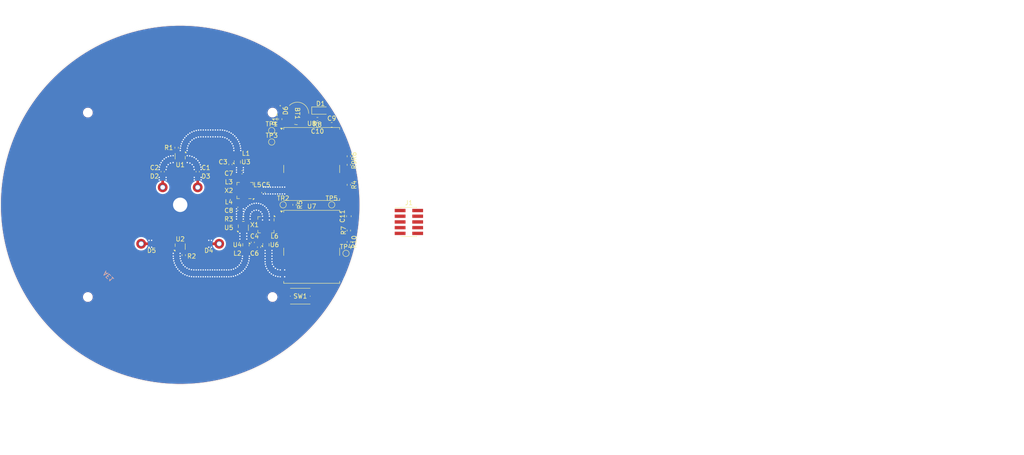
<source format=kicad_pcb>
(kicad_pcb (version 20240108) (generator "pcbnew") (generator_version "8.0")
  (layers (0 "F.Cu" signal) (1 "In1.Cu" signal) (2 "In2.Cu" signal) (31 "B.Cu" signal) (34 "B.Paste" user) (35 "F.Paste" user) (36 "B.SilkS" user "B.Silkscreen") (37 "F.SilkS" user "F.Silkscreen") (38 "B.Mask" user) (39 "F.Mask" user) (44 "Edge.Cuts" user))
  (net 0 "")
  (net 1 "Net-(AE1A-HB2)")
  (net 2 "Net-(AE1B-LB2)")
  (net 3 "Net-(AE1A-HB1)")
  (net 4 "Net-(AE1B-LB1)")
  (net 5 "GND")
  (net 6 "GNDD")
  (net 7 "+BATT")
  (net 8 "Net-(U1-∠θ-90)")
  (net 9 "Net-(U1-∠θ)")
  (net 10 "+3.3VA")
  (net 11 "/RF_IN_F9P")
  (net 12 "Net-(U3-RFOUT)")
  (net 13 "Net-(U5-Output1)")
  (net 14 "+3.3V")
  (net 15 "Net-(D1-K)")
  (net 16 "Net-(D6-A)")
  (net 17 "/SDA")
  (net 18 "/RXD1_D9C")
  (net 19 "/RXD1_F9P")
  (net 20 "/TXD1_D9C")
  (net 21 "/TP")
  (net 22 "/TXD1_F9P")
  (net 23 "/SCL")
  (net 24 "/RTK")
  (net 25 "Net-(U1-Input)")
  (net 26 "Net-(U3-RFIN)")
  (net 27 "Net-(U4-RFIN)")
  (net 28 "Net-(U2-Input)")
  (net 29 "Net-(X2-L1)")
  (net 30 "Net-(X2-L5)")
  (net 31 "Net-(X2-COM)")
  (net 32 "Net-(X1-OUT)")
  (net 33 "Net-(U6-RFIN)")
  (net 34 "Net-(U1-Isolated)")
  (net 35 "Net-(U2-Isolated)")
  (net 36 "Net-(U5-Output2)")
  (net 37 "Net-(U7-RXD2)")
  (net 38 "Net-(U8-TXD2)")
  (net 39 "Net-(U8-RXD2)")
  (net 40 "Net-(U7-TXD2)")
  (net 41 "Net-(U8-TXD{slash}SPI_MISO)")
  (net 42 "Net-(U7-TXD{slash}SPI_MISO)")
  (net 43 "Net-(U8-SDA{slash}~{SPI_CS})")
  (net 44 "Net-(U7-SDA{slash}~{SPI_CS})")
  (net 45 "/~{RESET}")
  (net 46 "Net-(U8-~{SAFEBOOT})")
  (net 47 "Net-(U7-~{SAFEBOOT})")
  (net 48 "Net-(U8-EXTINT)")
  (net 49 "Net-(U7-EXTINT)")
  (net 50 "Net-(U8-LNA_EN)")
  (net 51 "Net-(U4-RFOUT)")
  (net 52 "/RF_IN_D9C")
  (net 59 "+3.3VP")
  (footprint "Capacitor_SMD_extlib:C_Murata_xxx15_0402_1005Metric_1.0x0.5mm" (layer "F.Cu") (at 167.526 109.431 90)
    (property "Reference" "C6")
    (property "Value" "1000p")
  )
  (footprint "Inductor_SMD_extlib:L_Murata_LQW15ANxxxx80x_0402_1005Metric_1.0x0.6mm" (layer "F.Cu") (at 163.270001 94.158 -90)
    (property "Reference" "L3")
    (property "Value" "3.3nH")
  )
  (footprint "Capacitor_SMD_extlib:C_Murata_xxx15_0402_1005Metric_1.0x0.5mm" (layer "F.Cu") (at 162.795001 100.889 180)
    (property "Reference" "C8")
    (property "Value" "1p")
  )
  (footprint "Resistor_SMD:R_0402_1005Metric" (layer "F.Cu") (at 187.465 108.255 -90)
    (property "Reference" "R10")
    (property "Value" "33")
  )
  (footprint "RF_LNA_extlib:Nisshinbo_EPFFP-6-FA" (layer "F.Cu") (at 162.692501 90.475)
    (property "Reference" "U3")
    (property "Value" "NJG1155UX2")
  )
  (footprint "RF_Converter_extlib:Xinger_0805_2012Metric-6_Pad0.33x0.41mm" (layer "F.Cu") (at 164.0275 105.08 90)
    (property "Reference" "U5")
    (property "Value" "PD0922J5050S2HF")
  )
  (footprint "TestPoint:TestPoint_Pad_D1.0mm" (layer "F.Cu") (at 172.86 100)
    (property "Reference" "TP2")
    (property "Value" "~{SAFEBOOT_D9C}")
  )
  (footprint "Inductor_SMD_extlib:L_Murata_LQW15ANxxxx80x_0402_1005Metric_1.0x0.6mm" (layer "F.Cu") (at 162.692501 88.824 -90)
    (property "Reference" "L1")
    (property "Value" "12nH")
  )
  (footprint "Capacitor_SMD_extlib:C_Murata_xxx15_0402_1005Metric_1.0x0.5mm" (layer "F.Cu") (at 163.745001 92.761)
    (property "Reference" "C7")
    (property "Value" "1p")
  )
  (footprint "Button_Switch_SMD:SW_Push_1P1T_NO_Vertical_Wuerth_434133025816" (layer "F.Cu") (at 176.67 120.32 180)
    (property "Reference" "SW1")
    (property "Value" "ColdStart")
  )
  (footprint "Inductor_SMD_extlib:L_Murata_LQW15ANxxxx80x_0402_1005Metric_1.0x0.6mm" (layer "F.Cu") (at 163.270001 99.492 90)
    (property "Reference" "L4")
    (property "Value" "5.6nH")
  )
  (footprint "Filter_extlib:Filter_SAW-8_3.0x3.0mm" (layer "F.Cu") (at 164.395001 96.825 180)
    (property "Reference" "X2")
    (property "Value" "TE0133B")
  )
  (footprint "Resistor_SMD:R_0402_1005Metric" (layer "F.Cu") (at 149.205 87.3025 90)
    (property "Reference" "R1")
    (property "Value" "50")
  )
  (footprint "TestPoint:TestPoint_Pad_D1.0mm" (layer "F.Cu") (at 170.32 86.03)
    (property "Reference" "TP3")
    (property "Value" "EXTINT_F9P")
  )
  (footprint "Capacitor_SMD_extlib:C_Murata_xxx15_0402_1005Metric_1.0x0.5mm" (layer "F.Cu") (at 166.129 108.349 -90)
    (property "Reference" "C4")
    (property "Value" "1000p")
  )
  (footprint "RF_Converter_extlib:Xinger_0805_2012Metric-6_Pad0.33x0.35mm" (layer "F.Cu") (at 150 109.294558 90)
    (property "Reference" "U2")
    (property "Value" "C0727J5003AHF-1")
  )
  (footprint "Filter_extlib:Filter_SAW-6_3.0x3.0mm" (layer "F.Cu") (at 169.05 104.445 -90)
    (property "Reference" "X1")
    (property "Value" "TA1985A")
  )
  (footprint "RF_GNSS_extlib:ublox_NEO" (layer "F.Cu") (at 179.21 109.34)
    (property "Reference" "U7")
    (property "Value" "NEO-D9C")
  )
  (footprint "Resistor_SMD:R_0402_1005Metric" (layer "F.Cu") (at 150.795 111.199558 -90)
    (property "Reference" "R2")
    (property "Value" "50")
  )
  (footprint "Resistor_SMD_extlib:R_Vishay_FC0603xxxxxxTxx_0603_1608Metric_1.626x0.813mm" (layer "F.Cu") (at 164.0275 103.175)
    (property "Reference" "R3")
    (property "Value" "100")
  )
  (footprint "Diode_SMD_extlib:D_Littelfuse_AXGD10402KR_0402_1005Metric_1.02x0.51mm" (layer "F.Cu") (at 146.593513 93.904)
    (property "Reference" "D2")
    (property "Value" "AXGD10402KR")
  )
  (footprint "TestPoint:TestPoint_Pad_D1.0mm" (layer "F.Cu") (at 183.655 100)
    (property "Reference" "TP5")
    (property "Value" "LNA_EN")
  )
  (footprint "Capacitor_SMD_extlib:C_Murata_xxx15_0402_1005Metric_1.0x0.5mm" (layer "F.Cu") (at 168.477001 97.3 -90)
    (property "Reference" "C5")
    (property "Value" "2.4p")
  )
  (footprint "Resistor_SMD:R_0402_1005Metric" (layer "F.Cu") (at 172.225 80.950001 90)
    (property "Reference" "R11")
    (property "Value" "1k")
  )
  (footprint "Capacitor_SMD_extlib:C_Murata_xxx15_0402_1005Metric_1.0x0.5mm" (layer "F.Cu") (at 153.889087 92.634 90)
    (property "Reference" "C1")
    (property "Value" "4.7p")
  )
  (footprint "TestPoint:TestPoint_Pad_D1.0mm" (layer "F.Cu") (at 170.32 83.49)
    (property "Reference" "TP1")
    (property "Value" "~{SAFEBOOT_F9P}")
  )
  (footprint "Resistor_SMD:R_0402_1005Metric" (layer "F.Cu") (at 187.465 91.11 -90)
    (property "Reference" "R9")
    (property "Value" "33")
  )
  (footprint "Inductor_SMD_extlib:L_Murata_LQW15ANxxxx80x_0402_1005Metric_1.0x0.6mm" (layer "F.Cu") (at 169.05 107.239 -90)
    (property "Reference" "L6")
    (property "Value" "20nH")
  )
  (footprint "Capacitor_SMD_extlib:C_Murata_xxx15_0402_1005Metric_1.0x0.5mm" (layer "F.Cu") (at 146.110913 92.634 90)
    (property "Reference" "C2")
    (property "Value" "4.7p")
  )
  (footprint "Diode_SMD_extlib:D_Toshiba_US2H" (layer "F.Cu") (at 181.18 79.045)
    (property "Reference" "D1")
    (property "Value" "CUHS20S30")
  )
  (footprint "Resistor_SMD:R_0402_1005Metric" (layer "F.Cu") (at 187.465 95.555 -90)
    (property "Reference" "R4")
    (property "Value" "33")
  )
  (footprint "Inductor_SMD_extlib:L_Murata_LQW15ANxxxx80x_0402_1005Metric_1.0x0.6mm" (layer "F.Cu") (at 167.080001 96.825)
    (property "Reference" "L5")
    (property "Value" "3.6nH")
  )
  (footprint "RF_LNA_extlib:Nisshinbo_EPFFP-6-FA" (layer "F.Cu") (at 164.605 108.89 180)
    (property "Reference" "U4")
    (property "Value" "NT1192FAAE1S")
  )
  (footprint "RF_Converter_extlib:Xinger_0805_2012Metric-6_Pad0.33x0.35mm" (layer "F.Cu") (at 150 89.2075 -90)
    (property "Reference" "U1")
    (property "Value" "C0727J5003AHF-1")
  )
  (footprint "Diode_SMD_extlib:D_Littelfuse_AXGD10402KR_0402_1005Metric_1.02x0.51mm" (layer "F.Cu") (at 153.406487 93.904)
    (property "Reference" "D3")
    (property "Value" "AXGD10402KR")
  )
  (footprint "Resistor_SMD:R_0402_1005Metric" (layer "F.Cu") (at 187.465 89.205 -90)
    (property "Reference" "R6")
    (property "Value" "33")
  )
  (footprint "Inductor_SMD_extlib:L_Murata_LQW15ANxxxx80x_0402_1005Metric_1.0x0.6mm" (layer "F.Cu") (at 164.605 110.541 90)
    (property "Reference" "L2")
    (property "Value" "20nH")
  )
  (footprint "TestPoint:TestPoint_Pad_D1.0mm" (layer "F.Cu") (at 186.83 110.795)
    (property "Reference" "TP4")
    (property "Value" "EXTINT_D9C")
  )
  (footprint "RF_GNSS_extlib:ublox_NEO" (layer "F.Cu") (at 179.21 90.925)
    (property "Reference" "U8")
    (property "Value" "NEO-F9P")
  )
  (footprint "Diode_SMD_extlib:D_Littelfuse_AXGD10402KR_0402_1005Metric_1.02x0.51mm" (layer "F.Cu") (at 143.65 108.179458 -90)
    (property "Reference" "D5")
    (property "Value" "AXGD10402KR")
  )
  (footprint "LED_SMD:LED_0402_1005Metric" (layer "F.Cu") (at 172.225 79.045 -90)
    (property "Reference" "D6")
    (property "Value" "PULSE")
  )
  (footprint "Connector_PinHeader_1.27mm:PinHeader_2x05_P1.27mm_Vertical_SMD" (layer "F.Cu") (at 200.8 103.81)
    (property "Reference" "J1")
    (property "Value" "Conn_01x10")
  )
  (footprint "Capacitor_SMD_extlib:C_Murata_xxx15_0402_1005Metric_1.0x0.5mm" (layer "F.Cu") (at 161.168501 91.016 90)
    (property "Reference" "C3")
    (property "Value" "1000p")
  )
  (footprint "Capacitor_SMD:C_0603_1608Metric" (layer "F.Cu") (at 187.465 102.54 90)
    (property "Reference" "C11")
    (property "Value" "1u")
  )
  (footprint "Resistor_SMD:R_0402_1005Metric" (layer "F.Cu") (at 187.465 105.715 90)
    (property "Reference" "R7")
    (property "Value" "33")
  )
  (footprint "RF_LNA_extlib:Nisshinbo_EPFFP-6-FA" (layer "F.Cu") (at 169.05 108.89)
    (property "Reference" "U6")
    (property "Value" "NT1192FAAE1S")
  )
  (footprint "Diode_SMD_extlib:D_Littelfuse_AXGD10402KR_0402_1005Metric_1.02x0.51mm" (layer "F.Cu") (at 156.35 108.179458 90)
    (property "Reference" "D4")
    (property "Value" "AXGD10402KR")
  )
  (footprint "Resistor_SMD:R_0402_1005Metric" (layer "F.Cu") (at 175.4 100 -90)
    (property "Reference" "R5")
    (property "Value" "33")
  )
  (footprint "Battery_extlib:Battery_Seiko_MS421R" (layer "F.Cu") (at 176.035 79.68 -90)
    (property "Reference" "BT1")
    (property "Value" "MS421R")
  )
  (footprint "Resistor_SMD:R_0402_1005Metric" (layer "F.Cu") (at 180.48 80.95 180)
    (property "Reference" "R8")
    (property "Value" "3.3k")
  )
  (footprint "Capacitor_SMD:C_0603_1608Metric" (layer "F.Cu") (at 183.655 82.22)
    (property "Reference" "C9")
    (property "Value" "1u")
  )
  (footprint "Capacitor_SMD:C_0603_1608Metric" (layer "F.Cu") (at 180.48 82.22 180)
    (property "Reference" "C10")
    (property "Value" "2.2u")
  )
  (footprint "RF_Antenna_extlib:Taoglas_GPDF6010.A_GNSS" (layer "B.Cu") (at 150 100 -45)
    (property "Reference" "AE1")
    (property "Value" "GPDF6010.A")
  )
  (gr_poly (pts (xy 145.808413 93.904) (xy 146.413413 93.904) (xy 146.413413 92.834) (xy 145.808413 92.834)) (fill solid) (layer "F.Cu") (net 1))
  (gr_poly (pts (xy 169.3525 105.52) (xy 168.7475 105.52) (xy 168.7475 106.734) (xy 169.3525 106.734)) (fill solid) (layer "F.Cu") (net 32))
  (gr_poly (pts (xy 162.967501 93.653) (xy 163.572501 93.653) (xy 163.572501 92.761) (xy 162.967501 92.761)) (fill solid) (layer "F.Cu") (net 12))
  (gr_poly (pts (xy 162.362501 89.795) (xy 162.567501 90) (xy 162.567501 90.275001) (xy 162.817501 90.275001) (xy 162.817501 90) (xy 163.022502 89.795) (xy 163.022501 89.375) (xy 162.362501 89.375)) (fill solid) (layer "F.Cu") (net 26))
  (gr_poly (pts (xy 153.586587 93.904) (xy 154.191587 93.904) (xy 154.191587 92.834) (xy 153.586587 92.834)) (fill solid) (layer "F.Cu") (net 3))
  (gr_poly (pts (xy 156.35 108.359558) (xy 156.35 108.964558) (xy 150.65 108.964558) (xy 150.65 108.634558) (xy 150.875 108.634558) (xy 151.15 108.359558)) (fill solid) (layer "F.Cu") (net 2))
  (gr_poly (pts (xy 150.475001 88.712501) (xy 150.825 88.712501) (xy 150.825 88.4975) (xy 151.08 88.2425) (xy 151.08 87.935) (xy 150.475 87.935)) (fill solid) (layer "F.Cu") (net 25))
  (gr_poly (pts (xy 149.525 87.812499) (xy 148.885 87.812499) (xy 148.885 88.2075) (xy 149.175 88.4975) (xy 149.175 88.712501) (xy 149.525 88.712501)) (fill solid) (layer "F.Cu") (net 34))
  (gr_poly (pts (xy 163.572501 99.997) (xy 162.967501 99.997) (xy 162.967501 100.889) (xy 163.572501 100.889)) (fill solid) (layer "F.Cu") (net 36))
  (gr_poly (pts (xy 151.27 90.142499) (xy 151.27 89.5375) (xy 150.65 89.5375) (xy 150.65 89.8675) (xy 150.875 89.8675) (xy 151.15 90.1425)) (fill solid) (layer "F.Cu") (net 8))
  (gr_poly (pts (xy 151.566581 90.142504) (xy 151.5701 90.1425) (xy 151.573619 90.142504) (xy 151.577138 90.142513) (xy 151.580658 90.142528) (xy 151.584177 90.14255) (xy 151.587697 90.142577) (xy 151.591216 90.142611) (xy 151.594735 90.142651) (xy 151.598254 90.142697) (xy 151.601773 90.142749) (xy 151.605292 90.142808) (xy 151.608811 90.142872) (xy 151.61233 90.142943) (xy 151.615849 90.14302) (xy 151.619367 90.143102) (xy 151.622885 90.143192) (xy 151.626403 90.143287) (xy 151.629921 90.143388) (xy 151.633439 90.143496) (xy 151.636957 90.143609) (xy 151.640474 90.143729) (xy 151.643992 90.143855) (xy 151.647509 90.143987) (xy 151.651025 90.144125) (xy 151.654542 90.144269) (xy 151.658058 90.14442) (xy 151.661574 90.144576) (xy 151.66509 90.144739) (xy 151.668605 90.144908) (xy 151.67212 90.145083) (xy 151.675635 90.145264) (xy 151.679149 90.145451) (xy 151.682664 90.145645) (xy 151.686177 90.145844) (xy 151.689691 90.14605) (xy 151.693204 90.146262) (xy 151.696717 90.14648) (xy 151.700229 90.146704) (xy 151.703741 90.146934) (xy 151.707252 90.14717) (xy 151.710763 90.147413) (xy 151.714274 90.147661) (xy 151.717784 90.147916) (xy 151.721294 90.148177) (xy 151.724803 90.148444) (xy 151.728312 90.148717) (xy 151.731821 90.148996) (xy 151.735329 90.149281) (xy 151.738836 90.149573) (xy 151.742343 90.14987) (xy 151.745849 90.150174) (xy 151.749355 90.150484) (xy 151.75286 90.1508) (xy 151.756365 90.151122) (xy 151.759869 90.15145) (xy 151.763372 90.151784) (xy 151.766875 90.152124) (xy 151.770378 90.152471) (xy 151.77388 90.152824) (xy 151.777381 90.153182) (xy 151.780881 90.153547) (xy 151.784381 90.153918) (xy 151.78788 90.154295) (xy 151.791379 90.154678) (xy 151.794877 90.155067) (xy 151.798374 90.155463) (xy 151.80187 90.155864) (xy 151.805366 90.156272) (xy 151.808861 90.156686) (xy 151.812355 90.157105) (xy 151.815849 90.157531) (xy 151.819342 90.157963) (xy 151.822834 90.158401) (xy 151.826325 90.158845) (xy 151.829816 90.159296) (xy 151.833306 90.159752) (xy 151.836795 90.160214) (xy 151.840283 90.160683) (xy 151.84377 90.161157) (xy 151.847256 90.161638) (xy 151.850742 90.162125) (xy 151.854227 90.162618) (xy 151.857711 90.163117) (xy 151.861194 90.163622) (xy 151.864676 90.164133) (xy 151.868157 90.16465) (xy 151.871638 90.165173) (xy 151.875117 90.165703) (xy 151.878595 90.166238) (xy 151.882073 90.166779) (xy 151.88555 90.167327) (xy 151.889025 90.167881) (xy 151.8925 90.16844) (xy 151.895974 90.169006) (xy 151.899446 90.169578) (xy 151.902918 90.170156) (xy 151.906389 90.170739) (xy 151.909858 90.171329) (xy 151.913327 90.171925) (xy 151.916795 90.172528) (xy 151.920261 90.173136) (xy 151.923727 90.17375) (xy 151.927191 90.17437) (xy 151.930654 90.174996) (xy 151.934116 90.175629) (xy 151.937577 90.176267) (xy 151.941037 90.176911) (xy 151.944496 90.177562) (xy 151.947954 90.178218) (xy 151.95141 90.178881) (xy 151.954866 90.179549) (xy 151.95832 90.180224) (xy 151.961773 90.180904) (xy 151.965225 90.181591) (xy 151.968676 90.182284) (xy 151.972125 90.182982) (xy 151.975573 90.183687) (xy 151.97902 90.184398) (xy 151.982466 90.185114) (xy 151.98591 90.185837) (xy 151.989353 90.186566) (xy 151.992795 90.187301) (xy 151.996236 90.188041) (xy 151.999675 90.188788) (xy 152.003113 90.189541) (xy 152.00655 90.1903) (xy 152.009985 90.191064) (xy 152.013419 90.191835) (xy 152.016852 90.192612) (xy 152.020283 90.193395) (xy 152.023713 90.194183) (xy 152.027142 90.194978) (xy 152.030569 90.195779) (xy 152.033995 90.196585) (xy 152.037419 90.197398) (xy 152.040842 90.198217) (xy 152.044264 90.199041) (xy 152.047684 90.199872) (xy 152.051102 90.200708) (xy 152.054519 90.201551) (xy 152.057935 90.202399) (xy 152.061349 90.203254) (xy 152.064762 90.204114) (xy 152.068173 90.20498) (xy 152.071583 90.205853) (xy 152.074991 90.206731) (xy 152.078397 90.207615) (xy 152.081802 90.208505) (xy 152.085206 90.209401) (xy 152.088608 90.210303) (xy 152.092008 90.211211) (xy 152.095407 90.212125) (xy 152.098804 90.213045) (xy 152.1022 90.21397) (xy 152.105593 90.214902) (xy 152.108986 90.21584) (xy 152.112376 90.216783) (xy 152.115765 90.217733) (xy 152.119153 90.218688) (xy 152.122538 90.219649) (xy 152.125922 90.220616) (xy 152.129304 90.221589) (xy 152.132685 90.222568) (xy 152.136064 90.223553) (xy 152.139441 90.224544) (xy 152.142816 90.225541) (xy 152.14619 90.226543) (xy 152.149562 90.227551) (xy 152.152932 90.228566) (xy 152.1563 90.229586) (xy 152.159667 90.230612) (xy 152.163032 90.231644) (xy 152.166395 90.232682) (xy 152.169756 90.233725) (xy 152.173115 90.234775) (xy 152.176473 90.23583) (xy 152.179828 90.236892) (xy 152.183182 90.237959) (xy 152.186534 90.239032) (xy 152.189884 90.24011) (xy 152.193232 90.241195) (xy 152.196579 90.242286) (xy 152.199923 90.243382) (xy 152.203265 90.244484) (xy 152.206606 90.245592) (xy 152.209944 90.246706) (xy 152.213281 90.247826) (xy 152.216616 90.248951) (xy 152.219948 90.250082) (xy 152.223279 90.251219) (xy 152.226608 90.252362) (xy 152.229934 90.253511) (xy 152.233259 90.254666) (xy 152.236582 90.255826) (xy 152.239902 90.256992) (xy 152.243221 90.258164) (xy 152.246538 90.259342) (xy 152.249852 90.260525) (xy 152.253165 90.261714) (xy 152.256475 90.262909) (xy 152.259783 90.26411) (xy 152.263089 90.265317) (xy 152.266393 90.266529) (xy 152.269695 90.267747) (xy 152.272995 90.268971) (xy 152.276293 90.270201) (xy 152.279588 90.271436) (xy 152.282882 90.272678) (xy 152.286173 90.273925) (xy 152.289462 90.275177) (xy 152.292748 90.276436) (xy 152.296033 90.2777) (xy 152.299315 90.27897) (xy 152.302596 90.280245) (xy 152.305874 90.281526) (xy 152.309149 90.282813) (xy 152.312423 90.284106) (xy 152.315694 90.285405) (xy 152.318963 90.286709) (xy 152.322229 90.288019) (xy 152.325494 90.289334) (xy 152.328756 90.290656) (xy 152.332015 90.291982) (xy 152.335273 90.293315) (xy 152.338528 90.294653) (xy 152.341781 90.295997) (xy 152.345031 90.297347) (xy 152.348279 90.298702) (xy 152.351525 90.300063) (xy 152.354768 90.30143) (xy 152.358009 90.302802) (xy 152.361247 90.30418) (xy 152.364483 90.305564) (xy 152.367717 90.306953) (xy 152.370948 90.308348) (xy 152.374177 90.309749) (xy 152.377403 90.311155) (xy 152.380627 90.312567) (xy 152.383849 90.313984) (xy 152.387068 90.315407) (xy 152.390284 90.316836) (xy 152.393498 90.31827) (xy 152.396709 90.31971) (xy 152.399918 90.321156) (xy 152.403125 90.322607) (xy 152.406328 90.324064) (xy 152.40953 90.325526) (xy 152.412728 90.326994) (xy 152.415925 90.328467) (xy 152.419118 90.329946) (xy 152.422309 90.331431) (xy 152.425498 90.332921) (xy 152.428683 90.334417) (xy 152.431867 90.335918) (xy 152.435047 90.337425) (xy 152.438225 90.338937) (xy 152.4414 90.340455) (xy 152.444573 90.341979) (xy 152.447743 90.343508) (xy 152.45091 90.345042) (xy 152.454075 90.346582) (xy 152.457237 90.348128) (xy 152.460396 90.349679) (xy 152.463553 90.351236) (xy 152.466706 90.352798) (xy 152.469857 90.354365) (xy 152.473006 90.355938) (xy 152.476151 90.357517) (xy 152.479294 90.359101) (xy 152.482434 90.360691) (xy 152.485571 90.362286) (xy 152.488706 90.363886) (xy 152.491837 90.365492) (xy 152.494966 90.367104) (xy 152.498092 90.368721) (xy 152.501216 90.370343) (xy 152.504336 90.371971) (xy 152.507453 90.373604) (xy 152.510568 90.375243) (xy 152.51368 90.376887) (xy 152.516789 90.378537) (xy 152.519895 90.380192) (xy 152.522998 90.381852) (xy 152.526098 90.383518) (xy 152.529196 90.385189) (xy 152.53229 90.386866) (xy 152.535382 90.388548) (xy 152.53847 90.390235) (xy 152.541556 90.391928) (xy 152.544638 90.393626) (xy 152.547718 90.39533) (xy 152.550795 90.397039) (xy 152.553869 90.398753) (xy 152.556939 90.400473) (xy 152.560007 90.402198) (xy 152.563072 90.403928) (xy 152.566133 90.405664) (xy 152.569192 90.407405) (xy 152.572247 90.409151) (xy 152.5753 90.410903) (xy 152.57835 90.41266) (xy 152.581396 90.414423) (xy 152.584439 90.41619) (xy 152.587479 90.417963) (xy 152.590517 90.419742) (xy 152.593551 90.421525) (xy 152.596582 90.423314) (xy 152.599609 90.425108) (xy 152.602634 90.426908) (xy 152.605655 90.428713) (xy 152.608674 90.430523) (xy 152.611689 90.432338) (xy 152.614701 90.434158) (xy 152.61771 90.435984) (xy 152.620715 90.437815) (xy 152.623718 90.439652) (xy 152.626717 90.441493) (xy 152.629713 90.44334) (xy 152.632706 90.445192) (xy 152.635695 90.447049) (xy 152.638682 90.448912) (xy 152.641665 90.450779) (xy 152.644645 90.452652) (xy 152.647621 90.45453) (xy 152.650594 90.456413) (xy 152.653564 90.458302) (xy 152.656531 90.460195) (xy 152.659494 90.462094) (xy 152.662454 90.463998) (xy 152.665411 90.465907) (xy 152.668364 90.467821) (xy 152.671314 90.469741) (xy 152.674261 90.471665) (xy 152.677204 90.473595) (xy 152.680144 90.47553) (xy 152.68308 90.47747) (xy 152.686014 90.479415) (xy 152.688943 90.481365) (xy 152.69187 90.48332) (xy 152.694793 90.485281) (xy 152.697712 90.487246) (xy 152.700628 90.489217) (xy 152.703541 90.491193) (xy 152.70645 90.493173) (xy 152.709355 90.495159) (xy 152.712258 90.49715) (xy 152.715156 90.499146) (xy 152.718052 90.501147) (xy 152.720943 90.503153) (xy 152.723832 90.505164) (xy 152.726716 90.50718) (xy 152.729598 90.509202) (xy 152.732475 90.511228) (xy 152.735349 90.513259) (xy 152.73822 90.515295) (xy 152.741087 90.517337) (xy 152.74395 90.519383) (xy 152.74681 90.521434) (xy 152.749667 90.52349) (xy 152.752519 90.525552) (xy 152.755368 90.527618) (xy 152.758214 90.529689) (xy 152.761056 90.531765) (xy 152.763894 90.533846) (xy 152.766729 90.535932) (xy 152.76956 90.538023) (xy 152.772387 90.540119) (xy 152.775211 90.54222) (xy 152.778031 90.544326) (xy 152.780847 90.546436) (xy 152.783659 90.548552) (xy 152.786468 90.550673) (xy 152.789274 90.552798) (xy 152.792075 90.554928) (xy 152.794873 90.557063) (xy 152.797667 90.559203) (xy 152.800457 90.561348) (xy 152.803244 90.563498) (xy 152.806027 90.565653) (xy 152.808806 90.567812) (xy 152.811581 90.569977) (xy 152.814352 90.572146) (xy 152.81712 90.57432) (xy 152.819884 90.576499) (xy 152.822644 90.578683) (xy 152.8254 90.580871) (xy 152.828153 90.583064) (xy 152.830901 90.585263) (xy 152.833646 90.587465) (xy 152.836387 90.589673) (xy 152.839124 90.591886) (xy 152.841857 90.594103) (xy 152.844587 90.596325) (xy 152.847312 90.598552) (xy 152.850034 90.600783) (xy 152.852751 90.60302) (xy 152.855465 90.605261) (xy 152.858175 90.607506) (xy 152.860881 90.609757) (xy 152.863583 90.612012) (xy 152.866281 90.614272) (xy 152.868975 90.616536) (xy 152.871665 90.618806) (xy 152.874351 90.62108) (xy 152.877033 90.623359) (xy 152.879711 90.625642) (xy 152.882386 90.62793) (xy 152.885056 90.630223) (xy 152.887722 90.63252) (xy 152.890384 90.634822) (xy 152.893043 90.637129) (xy 152.895697 90.63944) (xy 152.898347 90.641756) (xy 152.900993 90.644076) (xy 152.903635 90.646402) (xy 152.906273 90.648731) (xy 152.908907 90.651066) (xy 152.911537 90.653405) (xy 152.914162 90.655748) (xy 152.916784 90.658096) (xy 152.919401 90.660449) (xy 152.922015 90.662806) (xy 152.924624 90.665168) (xy 152.927229 90.667534) (xy 152.92983 90.669905) (xy 152.932427 90.672281) (xy 152.93502 90.674661) (xy 152.937608 90.677045) (xy 152.940193 90.679434) (xy 152.942773 90.681828) (xy 152.945349 90.684226) (xy 152.947921 90.686628) (xy 152.950489 90.689035) (xy 152.953052 90.691447) (xy 152.955611 90.693863) (xy 152.958167 90.696283) (xy 152.960717 90.698708) (xy 152.963264 90.701137) (xy 152.965806 90.703571) (xy 152.968344 90.706009) (xy 152.970878 90.708452) (xy 152.973408 90.710899) (xy 152.975933 90.71335) (xy 152.978454 90.715806) (xy 152.980971 90.718266) (xy 152.983483 90.720731) (xy 152.985991 90.7232) (xy 152.988495 90.725673) (xy 152.990994 90.728151) (xy 152.99349 90.730633) (xy 152.99598 90.73312) (xy 152.998467 90.73561) (xy 153.000949 90.738106) (xy 153.003427 90.740605) (xy 153.0059 90.743109) (xy 153.008369 90.745617) (xy 153.010834 90.748129) (xy 153.013294 90.750646) (xy 153.01575 90.753167) (xy 153.018201 90.755692) (xy 153.020648 90.758222) (xy 153.023091 90.760756) (xy 153.025529 90.763294) (xy 153.027963 90.765836) (xy 153.030392 90.768383) (xy 153.032817 90.770933) (xy 153.035237 90.773489) (xy 153.037653 90.776048) (xy 153.040065 90.778611) (xy 153.042472 90.781179) (xy 153.044874 90.783751) (xy 153.047272 90.786327) (xy 153.049666 90.788907) (xy 153.052055 90.791492) (xy 153.054439 90.79408) (xy 153.056819 90.796673) (xy 153.059195 90.79927) (xy 153.061566 90.801871) (xy 153.063932 90.804476) (xy 153.066294 90.807085) (xy 153.068651 90.809699) (xy 153.071004 90.812316) (xy 153.073352 90.814938) (xy 153.075695 90.817563) (xy 153.078034 90.820193) (xy 153.080369 90.822827) (xy 153.082698 90.825465) (xy 153.085024 90.828107) (xy 153.087344 90.830753) (xy 153.08966 90.833403) (xy 153.091971 90.836057) (xy 153.094278 90.838716) (xy 153.09658 90.841378) (xy 153.098877 90.844044) (xy 153.10117 90.846714) (xy 153.103458 90.849389) (xy 153.105741 90.852067) (xy 153.10802 90.854749) (xy 153.110294 90.857435) (xy 153.112564 90.860125) (xy 153.114828 90.862819) (xy 153.117088 90.865517) (xy 153.119343 90.868219) (xy 153.121594 90.870925) (xy 153.123839 90.873635) (xy 153.12608 90.876349) (xy 153.128317 90.879066) (xy 153.130548 90.881788) (xy 153.132775 90.884513) (xy 153.134997 90.887243) (xy 153.137214 90.889976) (xy 153.139427 90.892713) (xy 153.141635 90.895454) (xy 153.143837 90.898199) (xy 153.146036 90.900947) (xy 153.148229 90.9037) (xy 153.150417 90.906456) (xy 153.152601 90.909216) (xy 153.15478 90.91198) (xy 153.156954 90.914748) (xy 153.159123 90.917519) (xy 153.161288 90.920294) (xy 153.163447 90.923073) (xy 153.165602 90.925856) (xy 153.167752 90.928643) (xy 153.169897 90.931433) (xy 153.172037 90.934227) (xy 153.174172 90.937025) (xy 153.176302 90.939826) (xy 153.178427 90.942632) (xy 153.180548 90.945441) (xy 153.182664 90.948253) (xy 153.184774 90.951069) (xy 153.18688 90.953889) (xy 153.188981 90.956713) (xy 153.191077 90.95954) (xy 153.193168 90.962371) (xy 153.195254 90.965206) (xy 153.197335 90.968044) (xy 153.199411 90.970886) (xy 153.201482 90.973732) (xy 153.203548 90.976581) (xy 153.20561 90.979433) (xy 153.207666 90.98229) (xy 153.209717 90.98515) (xy 153.211763 90.988013) (xy 153.213805 90.99088) (xy 153.215841 90.993751) (xy 153.217872 90.996625) (xy 153.219898 90.999502) (xy 153.22192 91.002384) (xy 153.223936 91.005268) (xy 153.225947 91.008157) (xy 153.227953 91.011048) (xy 153.229954 91.013944) (xy 153.23195 91.016842) (xy 153.233941 91.019745) (xy 153.235927 91.02265) (xy 153.237907 91.025559) (xy 153.239883 91.028472) (xy 153.241854 91.031388) (xy 153.243819 91.034307) (xy 153.24578 91.03723) (xy 153.247735 91.040157) (xy 153.249685 91.043086) (xy 153.25163 91.04602) (xy 153.25357 91.048956) (xy 153.255505 91.051896) (xy 153.257435 91.054839) (xy 153.259359 91.057786) (xy 153.261279 91.060736) (xy 153.263193 91.063689) (xy 153.265102 91.066646) (xy 153.267006 91.069606) (xy 153.268905 91.072569) (xy 153.270798 91.075536) (xy 153.272687 91.078506) (xy 153.27457 91.081479) (xy 153.276448 91.084455) (xy 153.278321 91.087435) (xy 153.280188 91.090418) (xy 153.282051 91.093405) (xy 153.283908 91.096394) (xy 153.28576 91.099387) (xy 153.287607 91.102383) (xy 153.289448 91.105382) (xy 153.291285 91.108385) (xy 153.293116 91.11139) (xy 153.294942 91.114399) (xy 153.296762 91.117411) (xy 153.298577 91.120426) (xy 153.300387 91.123445) (xy 153.302192 91.126466) (xy 153.303992 91.129491) (xy 153.305786 91.132518) (xy 153.307575 91.135549) (xy 153.309358 91.138583) (xy 153.311137 91.141621) (xy 153.31291 91.144661) (xy 153.314677 91.147704) (xy 153.31644 91.15075) (xy 153.318197 91.1538) (xy 153.319949 91.156853) (xy 153.321695 91.159908) (xy 153.323436 91.162967) (xy 153.325172 91.166028) (xy 153.326902 91.169093) (xy 153.328627 91.172161) (xy 153.330347 91.175231) (xy 153.332061 91.178305) (xy 153.33377 91.181382) (xy 153.335474 91.184462) (xy 153.337172 91.187544) (xy 153.338865 91.19063) (xy 153.340552 91.193718) (xy 153.342234 91.19681) (xy 153.343911 91.199904) (xy 153.345582 91.203002) (xy 153.347248 91.206102) (xy 153.348908 91.209205) (xy 153.350563 91.212311) (xy 153.352213 91.21542) (xy 153.353857 91.218532) (xy 153.355496 91.221647) (xy 153.357129 91.224764) (xy 153.358757 91.227884) (xy 153.360379 91.231008) (xy 153.361996 91.234134) (xy 153.363608 91.237263) (xy 153.365214 91.240394) (xy 153.366814 91.243529) (xy 153.368409 91.246666) (xy 153.369999 91.249806) (xy 153.371583 91.252949) (xy 153.373162 91.256094) (xy 153.374735 91.259243) (xy 153.376302 91.262394) (xy 153.377864 91.265547) (xy 153.379421 91.268704) (xy 153.380972 91.271863) (xy 153.382518 91.275025) (xy 153.384058 91.27819) (xy 153.385592 91.281357) (xy 153.387121 91.284527) (xy 153.388645 91.2877) (xy 153.390163 91.290875) (xy 153.391675 91.294053) (xy 153.393182 91.297233) (xy 153.394683 91.300417) (xy 153.396179 91.303602) (xy 153.397669 91.306791) (xy 153.399154 91.309982) (xy 153.400633 91.313175) (xy 153.402106 91.316372) (xy 153.403574 91.31957) (xy 153.405036 91.322772) (xy 153.406493 91.325975) (xy 153.407944 91.329182) (xy 153.40939 91.332391) (xy 153.41083 91.335602) (xy 153.412264 91.338816) (xy 153.413693 91.342032) (xy 153.415116 91.345251) (xy 153.416533 91.348473) (xy 153.417945 91.351697) (xy 153.419351 91.354923) (xy 153.420752 91.358152) (xy 153.422147 91.361383) (xy 153.423536 91.364617) (xy 153.42492 91.367853) (xy 153.426298 91.371091) (xy 153.42767 91.374332) (xy 153.429037 91.377575) (xy 153.430398 91.380821) (xy 153.431753 91.384069) (xy 153.433103 91.387319) (xy 153.434447 91.390572) (xy 153.435785 91.393827) (xy 153.437118 91.397085) (xy 153.438444 91.400344) (xy 153.439766 91.403606) (xy 153.441081 91.406871) (xy 153.442391 91.410137) (xy 153.443695 91.413406) (xy 153.444994 91.416677) (xy 153.446287 91.419951) (xy 153.447574 91.423226) (xy 153.448855 91.426504) (xy 153.45013 91.429785) (xy 153.4514 91.433067) (xy 153.452664 91.436352) (xy 153.453923 91.439638) (xy 153.455175 91.442927) (xy 153.456422 91.446218) (xy 153.457664 91.449512) (xy 153.458899 91.452807) (xy 153.460129 91.456105) (xy 153.461353 91.459405) (xy 153.462571 91.462707) (xy 153.463783 91.466011) (xy 153.46499 91.469317) (xy 153.466191 91.472625) (xy 153.467386 91.475935) (xy 153.468575 91.479248) (xy 153.469758 91.482562) (xy 153.470936 91.485879) (xy 153.472108 91.489198) (xy 153.473274 91.492518) (xy 153.474434 91.495841) (xy 153.475589 91.499166) (xy 153.476738 91.502492) (xy 153.477881 91.505821) (xy 153.479018 91.509152) (xy 153.480149 91.512484) (xy 153.481274 91.515819) (xy 153.482394 91.519156) (xy 153.483508 91.522494) (xy 153.484616 91.525835) (xy 153.485718 91.529177) (xy 153.486814 91.532521) (xy 153.487905 91.535868) (xy 153.48899 91.539216) (xy 153.490068 91.542566) (xy 153.491141 91.545918) (xy 153.492208 91.549272) (xy 153.49327 91.552627) (xy 153.494325 91.555985) (xy 153.495375 91.559344) (xy 153.496418 91.562705) (xy 153.497456 91.566068) (xy 153.498488 91.569433) (xy 153.499514 91.5728) (xy 153.500534 91.576168) (xy 153.501549 91.579538) (xy 153.502557 91.58291) (xy 153.503559 91.586284) (xy 153.504556 91.589659) (xy 153.505547 91.593036) (xy 153.506532 91.596415) (xy 153.507511 91.599796) (xy 153.508484 91.603178) (xy 153.509451 91.606562) (xy 153.510412 91.609947) (xy 153.511367 91.613335) (xy 153.512317 91.616724) (xy 153.51326 91.620114) (xy 153.514198 91.623507) (xy 153.51513 91.6269) (xy 153.516055 91.630296) (xy 153.516975 91.633693) (xy 153.517889 91.637092) (xy 153.518797 91.640492) (xy 153.519699 91.643894) (xy 153.520595 91.647298) (xy 153.521485 91.650703) (xy 153.522369 91.654109) (xy 153.523247 91.657517) (xy 153.52412 91.660927) (xy 153.524986 91.664338) (xy 153.525846 91.667751) (xy 153.526701 91.671165) (xy 153.527549 91.674581) (xy 153.528392 91.677998) (xy 153.529228 91.681416) (xy 153.530059 91.684836) (xy 153.530883 91.688258) (xy 153.531702 91.691681) (xy 153.532515 91.695105) (xy 153.533321 91.698531) (xy 153.534122 91.701958) (xy 153.534917 91.705387) (xy 153.535705 91.708817) (xy 153.536488 91.712248) (xy 153.537265 91.715681) (xy 153.538036 91.719115) (xy 153.5388 91.72255) (xy 153.539559 91.725987) (xy 153.540312 91.729425) (xy 153.541059 91.732864) (xy 153.541799 91.736305) (xy 153.542534 91.739747) (xy 153.543263 91.74319) (xy 153.543986 91.746634) (xy 153.544702 91.75008) (xy 153.545413 91.753527) (xy 153.546118 91.756975) (xy 153.546816 91.760424) (xy 153.547509 91.763875) (xy 153.548196 91.767327) (xy 153.548876 91.77078) (xy 153.549551 91.774234) (xy 153.550219 91.77769) (xy 153.550882 91.781146) (xy 153.551538 91.784604) (xy 153.552189 91.788063) (xy 153.552833 91.791523) (xy 153.553471 91.794984) (xy 153.554104 91.798446) (xy 153.55473 91.801909) (xy 153.55535 91.805373) (xy 153.555964 91.808839) (xy 153.556572 91.812305) (xy 153.557175 91.815773) (xy 153.557771 91.819242) (xy 153.558361 91.822711) (xy 153.558944 91.826182) (xy 153.559522 91.829654) (xy 153.560094 91.833126) (xy 153.56066 91.8366) (xy 153.561219 91.840075) (xy 153.561773 91.84355) (xy 153.562321 91.847027) (xy 153.562862 91.850505) (xy 153.563397 91.853983) (xy 153.563927 91.857462) (xy 153.56445 91.860943) (xy 153.564967 91.864424) (xy 153.565478 91.867906) (xy 153.565983 91.871389) (xy 153.566482 91.874873) (xy 153.566975 91.878358) (xy 153.567462 91.881844) (xy 153.567943 91.88533) (xy 153.568417 91.888817) (xy 153.568886 91.892305) (xy 153.569348 91.895794) (xy 153.569804 91.899284) (xy 153.570255 91.902775) (xy 153.570699 91.906266) (xy 153.571137 91.909758) (xy 153.571569 91.913251) (xy 153.571995 91.916745) (xy 153.572414 91.920239) (xy 153.572828 91.923734) (xy 153.573236 91.92723) (xy 153.573637 91.930726) (xy 153.574033 91.934223) (xy 153.574422 91.937721) (xy 153.574805 91.94122) (xy 153.575182 91.944719) (xy 153.575553 91.948219) (xy 153.575918 91.951719) (xy 153.576276 91.95522) (xy 153.576629 91.958722) (xy 153.576976 91.962225) (xy 153.577316 91.965728) (xy 153.57765 91.969231) (xy 153.577978 91.972735) (xy 153.5783 91.97624) (xy 153.578616 91.979745) (xy 153.578926 91.983251) (xy 153.57923 91.986757) (xy 153.579527 91.990264) (xy 153.579819 91.993771) (xy 153.580104 91.997279) (xy 153.580383 92.000788) (xy 153.580656 92.004297) (xy 153.580923 92.007806) (xy 153.581184 92.011316) (xy 153.581439 92.014826) (xy 153.581687 92.018337) (xy 153.58193 92.021848) (xy 153.582166 92.025359) (xy 153.582396 92.028871) (xy 153.58262 92.032383) (xy 153.582838 92.035896) (xy 153.58305 92.039409) (xy 153.583256 92.042923) (xy 153.583455 92.046436) (xy 153.583649 92.049951) (xy 153.583836 92.053465) (xy 153.584017 92.05698) (xy 153.584192 92.060495) (xy 153.584361 92.06401) (xy 153.584524 92.067526) (xy 153.58468 92.071042) (xy 153.584831 92.074558) (xy 153.584975 92.078075) (xy 153.585113 92.081591) (xy 153.585245 92.085108) (xy 153.585371 92.088626) (xy 153.585491 92.092143) (xy 153.585604 92.095661) (xy 153.585712 92.099179) (xy 153.585813 92.102697) (xy 153.585908 92.106215) (xy 153.585998 92.109733) (xy 153.58608 92.113251) (xy 153.586157 92.11677) (xy 153.586228 92.120289) (xy 153.586292 92.123808) (xy 153.586351 92.127327) (xy 153.586403 92.130846) (xy 153.586449 92.134365) (xy 153.586489 92.137884) (xy 153.586523 92.141403) (xy 153.58655 92.144923) (xy 153.586572 92.148442) (xy 153.586587 92.151962) (xy 153.586596 92.434) (xy 154.191596 92.434) (xy 154.191584 92.14985) (xy 154.191564 92.145274) (xy 154.191536 92.140699) (xy 154.1915 92.136124) (xy 154.191456 92.131549) (xy 154.191404 92.126974) (xy 154.191344 92.122399) (xy 154.191276 92.117824) (xy 154.1912 92.113249) (xy 154.191116 92.108674) (xy 154.191025 92.1041) (xy 154.190925 92.099526) (xy 154.190817 92.094952) (xy 154.190701 92.090378) (xy 154.190577 92.085804) (xy 154.190446 92.08123) (xy 154.190306 92.076657) (xy 154.190158 92.072084) (xy 154.190003 92.067511) (xy 154.189839 92.062939) (xy 154.189667 92.058367) (xy 154.189488 92.053795) (xy 154.1893 92.049223) (xy 154.189104 92.044652) (xy 154.188901 92.040081) (xy 154.188689 92.035511) (xy 154.18847 92.030941) (xy 154.188242 92.026371) (xy 154.188007 92.021802) (xy 154.187763 92.017233) (xy 154.187512 92.012664) (xy 154.187253 92.008096) (xy 154.186985 92.003529) (xy 154.18671 91.998962) (xy 154.186427 91.994395) (xy 154.186135 91.989829) (xy 154.185836 91.985263) (xy 154.185529 91.980698) (xy 154.185214 91.976134) (xy 154.184891 91.97157) (xy 154.184559 91.967007) (xy 154.18422 91.962444) (xy 154.183873 91.957882) (xy 154.183518 91.95332) (xy 154.183155 91.948759) (xy 154.182784 91.944199) (xy 154.182406 91.939639) (xy 154.182019 91.93508) (xy 154.181624 91.930522) (xy 154.181221 91.925964) (xy 154.18081 91.921407) (xy 154.180392 91.916851) (xy 154.179965 91.912296) (xy 154.179531 91.907741) (xy 154.179088 91.903187) (xy 154.178638 91.898634) (xy 154.178179 91.894081) (xy 154.177713 91.88953) (xy 154.177239 91.884979) (xy 154.176756 91.880429) (xy 154.176266 91.87588) (xy 154.175768 91.871332) (xy 154.175262 91.866785) (xy 154.174748 91.862238) (xy 154.174226 91.857693) (xy 154.173696 91.853148) (xy 154.173159 91.848604) (xy 154.172613 91.844062) (xy 154.172059 91.83952) (xy 154.171498 91.834979) (xy 154.170928 91.830439) (xy 154.170351 91.825901) (xy 154.169765 91.821363) (xy 154.169172 91.816826) (xy 154.168571 91.81229) (xy 154.167962 91.807756) (xy 154.167345 91.803222) (xy 154.16672 91.79869) (xy 154.166087 91.794158) (xy 154.165447 91.789628) (xy 154.164798 91.785099) (xy 154.164141 91.780571) (xy 154.163477 91.776044) (xy 154.162805 91.771518) (xy 154.162124 91.766994) (xy 154.161436 91.76247) (xy 154.16074 91.757948) (xy 154.160036 91.753427) (xy 154.159324 91.748908) (xy 154.158605 91.744389) (xy 154.157877 91.739872) (xy 154.157142 91.735356) (xy 154.156398 91.730841) (xy 154.155647 91.726328) (xy 154.154888 91.721816) (xy 154.154121 91.717306) (xy 154.153346 91.712796) (xy 154.152564 91.708288) (xy 154.151773 91.703782) (xy 154.150975 91.699277) (xy 154.150168 91.694773) (xy 154.149354 91.69027) (xy 154.148532 91.68577) (xy 154.147702 91.68127) (xy 154.146865 91.676772) (xy 154.146019 91.672275) (xy 154.145166 91.66778) (xy 154.144304 91.663287) (xy 154.143435 91.658795) (xy 154.142558 91.654304) (xy 154.141673 91.649815) (xy 154.140781 91.645328) (xy 154.13988 91.640842) (xy 154.138972 91.636357) (xy 154.138056 91.631875) (xy 154.137132 91.627394) (xy 154.1362 91.622914) (xy 154.135261 91.618436) (xy 154.134313 91.61396) (xy 154.133358 91.609485) (xy 154.132395 91.605013) (xy 154.131424 91.600541) (xy 154.130446 91.596072) (xy 154.129459 91.591604) (xy 154.128465 91.587138) (xy 154.127463 91.582674) (xy 154.126454 91.578211) (xy 154.125436 91.57375) (xy 154.124411 91.569291) (xy 154.123377 91.564834) (xy 154.122337 91.560379) (xy 154.121288 91.555925) (xy 154.120231 91.551473) (xy 154.119167 91.547023) (xy 154.118095 91.542575) (xy 154.117016 91.538129) (xy 154.115928 91.533685) (xy 154.114833 91.529243) (xy 154.11373 91.524802) (xy 154.112619 91.520364) (xy 154.1115 91.515927) (xy 154.110374 91.511493) (xy 154.10924 91.50706) (xy 154.108099 91.502629) (xy 154.106949 91.498201) (xy 154.105792 91.493774) (xy 154.104627 91.489349) (xy 154.103454 91.484927) (xy 154.102274 91.480506) (xy 154.101086 91.476088) (xy 154.09989 91.471672) (xy 154.098687 91.467257) (xy 154.097476 91.462845) (xy 154.096257 91.458435) (xy 154.09503 91.454027) (xy 154.093796 91.449621) (xy 154.092554 91.445218) (xy 154.091304 91.440816) (xy 154.090047 91.436417) (xy 154.088782 91.43202) (xy 154.087509 91.427625) (xy 154.086229 91.423233) (xy 154.084941 91.418842) (xy 154.083645 91.414454) (xy 154.082342 91.410068) (xy 154.081031 91.405685) (xy 154.079713 91.401304) (xy 154.078386 91.396925) (xy 154.077052 91.392548) (xy 154.075711 91.388174) (xy 154.074362 91.383802) (xy 154.073005 91.379432) (xy 154.071641 91.375065) (xy 154.070268 91.3707) (xy 154.068889 91.366338) (xy 154.067502 91.361978) (xy 154.066107 91.35762) (xy 154.064704 91.353265) (xy 154.063294 91.348912) (xy 154.061876 91.344562) (xy 154.060451 91.340215) (xy 154.059018 91.335869) (xy 154.057578 91.331527) (xy 154.05613 91.327186) (xy 154.054674 91.322849) (xy 154.053211 91.318514) (xy 154.051741 91.314181) (xy 154.050262 91.309851) (xy 154.048776 91.305524) (xy 154.047283 91.301199) (xy 154.045782 91.296877) (xy 154.044274 91.292557) (xy 154.042758 91.28824) (xy 154.041234 91.283926) (xy 154.039703 91.279614) (xy 154.038165 91.275305) (xy 154.036618 91.270999) (xy 154.035065 91.266696) (xy 154.033504 91.262395) (xy 154.031935 91.258097) (xy 154.030359 91.253801) (xy 154.028775 91.249509) (xy 154.027184 91.245219) (xy 154.025586 91.240932) (xy 154.02398 91.236648) (xy 154.022366 91.232366) (xy 154.020745 91.228088) (xy 154.019117 91.223812) (xy 154.017481 91.219539) (xy 154.015837 91.215269) (xy 154.014186 91.211002) (xy 154.012528 91.206737) (xy 154.010862 91.202476) (xy 154.009189 91.198218) (xy 154.007509 91.193962) (xy 154.005821 91.189709) (xy 154.004125 91.18546) (xy 154.002422 91.181213) (xy 154.000712 91.176969) (xy 153.998994 91.172729) (xy 153.997269 91.168491) (xy 153.995537 91.164256) (xy 153.993797 91.160025) (xy 153.99205 91.155796) (xy 153.990295 91.15157) (xy 153.988533 91.147348) (xy 153.986764 91.143128) (xy 153.984987 91.138912) (xy 153.983203 91.134699) (xy 153.981412 91.130489) (xy 153.979613 91.126282) (xy 153.977807 91.122078) (xy 153.975993 91.117877) (xy 153.974172 91.11368) (xy 153.972344 91.109486) (xy 153.970509 91.105294) (xy 153.968666 91.101107) (xy 153.966816 91.096922) (xy 153.964959 91.09274) (xy 153.963094 91.088562) (xy 153.961222 91.084387) (xy 153.959343 91.080216) (xy 153.957457 91.076047) (xy 153.955563 91.071882) (xy 153.953662 91.06772) (xy 153.951754 91.063562) (xy 153.949838 91.059407) (xy 153.947915 91.055255) (xy 153.945985 91.051107) (xy 153.944048 91.046962) (xy 153.942104 91.04282) (xy 153.940152 91.038682) (xy 153.938193 91.034547) (xy 153.936227 91.030416) (xy 153.934253 91.026288) (xy 153.932273 91.022163) (xy 153.930285 91.018042) (xy 153.92829 91.013925) (xy 153.926288 91.009811) (xy 153.924279 91.0057) (xy 153.922262 91.001593) (xy 153.920239 90.997489) (xy 153.918208 90.993389) (xy 153.91617 90.989293) (xy 153.914125 90.9852) (xy 153.912073 90.981111) (xy 153.910013 90.977025) (xy 153.907947 90.972943) (xy 153.905873 90.968864) (xy 153.903792 90.96479) (xy 153.901705 90.960718) (xy 153.89961 90.956651) (xy 153.897508 90.952587) (xy 153.895398 90.948527) (xy 153.893282 90.94447) (xy 153.891159 90.940417) (xy 153.889029 90.936368) (xy 153.886891 90.932322) (xy 153.884747 90.928281) (xy 153.882595 90.924243) (xy 153.880436 90.920209) (xy 153.878271 90.916178) (xy 153.876098 90.912152) (xy 153.873919 90.908129) (xy 153.871732 90.90411) (xy 153.869538 90.900095) (xy 153.867337 90.896083) (xy 153.86513 90.892076) (xy 153.862915 90.888072) (xy 153.860693 90.884072) (xy 153.858465 90.880076) (xy 153.856229 90.876084) (xy 153.853987 90.872096) (xy 153.851737 90.868112) (xy 153.84948 90.864132) (xy 153.847217 90.860156) (xy 153.844947 90.856183) (xy 153.842669 90.852215) (xy 153.840385 90.84825) (xy 153.838094 90.84429) (xy 153.835796 90.840334) (xy 153.833491 90.836381) (xy 153.831179 90.832433) (xy 153.82886 90.828489) (xy 153.826535 90.824548) (xy 153.824202 90.820612) (xy 153.821863 90.81668) (xy 153.819517 90.812752) (xy 153.817164 90.808828) (xy 153.814804 90.804908) (xy 153.812437 90.800993) (xy 153.810063 90.797081) (xy 153.807683 90.793174) (xy 153.805296 90.789271) (xy 153.802902 90.785371) (xy 153.800501 90.781477) (xy 153.798093 90.777586) (xy 153.795679 90.773699) (xy 153.793258 90.769817) (xy 153.79083 90.765939) (xy 153.788395 90.762065) (xy 153.785953 90.758196) (xy 153.783505 90.754331) (xy 153.78105 90.75047) (xy 153.778588 90.746613) (xy 153.77612 90.74276) (xy 153.773645 90.738912) (xy 153.771163 90.735069) (xy 153.768674 90.731229) (xy 153.766179 90.727394) (xy 153.763677 90.723564) (xy 153.761168 90.719737) (xy 153.758653 90.715915) (xy 153.756131 90.712098) (xy 153.753603 90.708285) (xy 153.751067 90.704476) (xy 153.748525 90.700672) (xy 153.745977 90.696872) (xy 153.743421 90.693076) (xy 153.74086 90.689285) (xy 153.738291 90.685499) (xy 153.735716 90.681717) (xy 153.733135 90.67794) (xy 153.730546 90.674167) (xy 153.727951 90.670398) (xy 153.72535 90.666634) (xy 153.722742 90.662875) (xy 153.720128 90.65912) (xy 153.717507 90.65537) (xy 153.714879 90.651624) (xy 153.712245 90.647883) (xy 153.709604 90.644147) (xy 153.706957 90.640415) (xy 153.704303 90.636688) (xy 153.701643 90.632965) (xy 153.698976 90.629247) (xy 153.696303 90.625534) (xy 153.693624 90.621825) (xy 153.690938 90.618121) (xy 153.688245 90.614422) (xy 153.685546 90.610728) (xy 153.68284 90.607038) (xy 153.680129 90.603353) (xy 153.67741 90.599673) (xy 153.674686 90.595997) (xy 153.671954 90.592326) (xy 153.669217 90.58866) (xy 153.666473 90.584999) (xy 153.663722 90.581342) (xy 153.660966 90.577691) (xy 153.658203 90.574044) (xy 153.655433 90.570402) (xy 153.652657 90.566765) (xy 153.649875 90.563132) (xy 153.647087 90.559505) (xy 153.644292 90.555882) (xy 153.641491 90.552265) (xy 153.638683 90.548652) (xy 153.63587 90.545044) (xy 153.63305 90.541441) (xy 153.630223 90.537843) (xy 153.627391 90.53425) (xy 153.624552 90.530662) (xy 153.621707 90.527078) (xy 153.618855 90.5235) (xy 153.615998 90.519927) (xy 153.613134 90.516359) (xy 153.610264 90.512795) (xy 153.607388 90.509237) (xy 153.604505 90.505684) (xy 153.601616 90.502136) (xy 153.598722 90.498593) (xy 153.595821 90.495054) (xy 153.592913 90.491521) (xy 153.59 90.487994) (xy 153.58708 90.484471) (xy 153.584155 90.480953) (xy 153.581223 90.47744) (xy 153.578285 90.473933) (xy 153.575341 90.47043) (xy 153.572391 90.466933) (xy 153.569435 90.463441) (xy 153.566472 90.459954) (xy 153.563504 90.456472) (xy 153.560529 90.452996) (xy 153.557549 90.449525) (xy 153.554562 90.446058) (xy 153.551569 90.442597) (xy 153.548571 90.439142) (xy 153.545566 90.435691) (xy 153.542555 90.432246) (xy 153.539538 90.428806) (xy 153.536516 90.425371) (xy 153.533487 90.421942) (xy 153.530452 90.418518) (xy 153.527411 90.415099) (xy 153.524365 90.411686) (xy 153.521312 90.408277) (xy 153.518254 90.404875) (xy 153.515189 90.401477) (xy 153.512119 90.398085) (xy 153.509042 90.394698) (xy 153.50596 90.391317) (xy 153.502872 90.387941) (xy 153.499778 90.38457) (xy 153.496678 90.381205) (xy 153.493572 90.377845) (xy 153.490461 90.374491) (xy 153.487343 90.371142) (xy 153.48422 90.367798) (xy 153.481091 90.36446) (xy 153.477956 90.361128) (xy 153.474815 90.357801) (xy 153.471668 90.354479) (xy 153.468516 90.351163) (xy 153.465358 90.347852) (xy 153.462194 90.344547) (xy 153.459024 90.341248) (xy 153.455849 90.337954) (xy 153.452668 90.334665) (xy 153.449481 90.331382) (xy 153.446288 90.328105) (xy 153.44309 90.324833) (xy 153.439886 90.321567) (xy 153.436676 90.318306) (xy 153.43346 90.315051) (xy 153.430239 90.311802) (xy 153.427012 90.308558) (xy 153.42378 90.30532) (xy 153.420542 90.302088) (xy 153.417298 90.298861) (xy 153.414049 90.29564) (xy 153.410794 90.292424) (xy 153.407533 90.289214) (xy 153.404267 90.28601) (xy 153.400995 90.282812) (xy 153.397718 90.279619) (xy 153.394435 90.276432) (xy 153.391146 90.273251) (xy 153.387852 90.270076) (xy 153.384553 90.266906) (xy 153.381248 90.263742) (xy 153.377937 90.260584) (xy 153.374621 90.257432) (xy 153.371299 90.254285) (xy 153.367972 90.251144) (xy 153.36464 90.248009) (xy 153.361302 90.24488) (xy 153.357958 90.241757) (xy 153.354609 90.238639) (xy 153.351255 90.235528) (xy 153.347895 90.232422) (xy 153.34453 90.229322) (xy 153.341159 90.226228) (xy 153.337783 90.22314) (xy 153.334402 90.220058) (xy 153.331015 90.216981) (xy 153.327623 90.213911) (xy 153.324225 90.210846) (xy 153.320823 90.207788) (xy 153.317414 90.204735) (xy 153.314001 90.201689) (xy 153.310582 90.198648) (xy 153.307158 90.195613) (xy 153.303729 90.192584) (xy 153.300294 90.189562) (xy 153.296854 90.186545) (xy 153.293409 90.183534) (xy 153.289958 90.180529) (xy 153.286503 90.177531) (xy 153.283042 90.174538) (xy 153.279575 90.171551) (xy 153.276104 90.168571) (xy 153.272628 90.165596) (xy 153.269146 90.162628) (xy 153.265659 90.159665) (xy 153.262167 90.156709) (xy 153.25867 90.153759) (xy 153.255167 90.150815) (xy 153.25166 90.147877) (xy 153.248147 90.144945) (xy 153.244629 90.14202) (xy 153.241106 90.1391) (xy 153.237579 90.136187) (xy 153.234046 90.133279) (xy 153.230507 90.130378) (xy 153.226964 90.127484) (xy 153.223416 90.124595) (xy 153.219863 90.121712) (xy 153.216305 90.118836) (xy 153.212741 90.115966) (xy 153.209173 90.113102) (xy 153.2056 90.110245) (xy 153.202022 90.107393) (xy 153.198438 90.104548) (xy 153.19485 90.101709) (xy 153.191257 90.098877) (xy 153.187659 90.09605) (xy 153.184056 90.09323) (xy 153.180448 90.090417) (xy 153.176835 90.087609) (xy 153.173218 90.084808) (xy 153.169595 90.082013) (xy 153.165968 90.079225) (xy 153.162335 90.076443) (xy 153.158698 90.073667) (xy 153.155056 90.070897) (xy 153.151409 90.068134) (xy 153.147758 90.065378) (xy 153.144101 90.062627) (xy 153.14044 90.059883) (xy 153.136774 90.057146) (xy 153.133103 90.054414) (xy 153.129427 90.05169) (xy 153.125747 90.048971) (xy 153.122062 90.04626) (xy 153.118372 90.043554) (xy 153.114678 90.040855) (xy 153.110979 90.038162) (xy 153.107275 90.035476) (xy 153.103566 90.032797) (xy 153.099853 90.030124) (xy 153.096135 90.027457) (xy 153.092412 90.024797) (xy 153.088685 90.022143) (xy 153.084953 90.019496) (xy 153.081217 90.016855) (xy 153.077476 90.014221) (xy 153.07373 90.011593) (xy 153.06998 90.008972) (xy 153.066225 90.006358) (xy 153.062466 90.00375) (xy 153.058702 90.001149) (xy 153.054933 89.998554) (xy 153.05116 89.995965) (xy 153.047383 89.993384) (xy 153.043601 89.990809) (xy 153.039815 89.98824) (xy 153.036024 89.985679) (xy 153.032228 89.983123) (xy 153.028428 89.980575) (xy 153.024624 89.978033) (xy 153.020815 89.975497) (xy 153.017002 89.972969) (xy 153.013185 89.970447) (xy 153.009363 89.967932) (xy 153.005536 89.965423) (xy 153.001706 89.962921) (xy 152.997871 89.960426) (xy 152.994031 89.957937) (xy 152.990188 89.955455) (xy 152.98634 89.95298) (xy 152.982487 89.950512) (xy 152.97863 89.94805) (xy 152.974769 89.945595) (xy 152.970904 89.943147) (xy 152.967035 89.940705) (xy 152.963161 89.93827) (xy 152.959283 89.935842) (xy 152.955401 89.933421) (xy 152.951514 89.931007) (xy 152.947623 89.928599) (xy 152.943729 89.926198) (xy 152.939829 89.923804) (xy 152.935926 89.921417) (xy 152.932019 89.919037) (xy 152.928107 89.916663) (xy 152.924192 89.914296) (xy 152.920272 89.911936) (xy 152.916348 89.909583) (xy 152.91242 89.907237) (xy 152.908488 89.904898) (xy 152.904552 89.902565) (xy 152.900611 89.90024) (xy 152.896667 89.897921) (xy 152.892719 89.895609) (xy 152.888766 89.893304) (xy 152.88481 89.891006) (xy 152.88085 89.888715) (xy 152.876885 89.886431) (xy 152.872917 89.884153) (xy 152.868944 89.881883) (xy 152.864968 89.87962) (xy 152.860988 89.877363) (xy 152.857004 89.875113) (xy 152.853016 89.872871) (xy 152.849024 89.870635) (xy 152.845028 89.868407) (xy 152.841028 89.866185) (xy 152.837024 89.86397) (xy 152.833017 89.861763) (xy 152.829005 89.859562) (xy 152.82499 89.857368) (xy 152.820971 89.855181) (xy 152.816948 89.853002) (xy 152.812922 89.850829) (xy 152.808891 89.848664) (xy 152.804857 89.846505) (xy 152.800819 89.844353) (xy 152.796778 89.842209) (xy 152.792732 89.840071) (xy 152.788683 89.837941) (xy 152.78463 89.835818) (xy 152.780573 89.833702) (xy 152.776513 89.831592) (xy 152.772449 89.82949) (xy 152.768382 89.827395) (xy 152.76431 89.825308) (xy 152.760236 89.823227) (xy 152.756157 89.821153) (xy 152.752075 89.819087) (xy 152.747989 89.817027) (xy 152.7439 89.814975) (xy 152.739807 89.81293) (xy 152.735711 89.810892) (xy 152.731611 89.808861) (xy 152.727507 89.806838) (xy 152.7234 89.804821) (xy 152.719289 89.802812) (xy 152.715175 89.80081) (xy 152.711058 89.798815) (xy 152.706937 89.796827) (xy 152.702812 89.794847) (xy 152.698684 89.792873) (xy 152.694553 89.790907) (xy 152.690418 89.788948) (xy 152.68628 89.786996) (xy 152.682138 89.785052) (xy 152.677993 89.783115) (xy 152.673845 89.781185) (xy 152.669693 89.779262) (xy 152.665538 89.777346) (xy 152.66138 89.775438) (xy 152.657218 89.773537) (xy 152.653053 89.771643) (xy 152.648884 89.769757) (xy 152.644713 89.767878) (xy 152.640538 89.766006) (xy 152.63636 89.764141) (xy 152.632178 89.762284) (xy 152.627993 89.760434) (xy 152.623806 89.758591) (xy 152.619614 89.756756) (xy 152.61542 89.754928) (xy 152.611223 89.753107) (xy 152.607022 89.751293) (xy 152.602818 89.749487) (xy 152.598611 89.747688) (xy 152.594401 89.745897) (xy 152.590188 89.744113) (xy 152.585972 89.742336) (xy 152.581752 89.740567) (xy 152.57753 89.738805) (xy 152.573304 89.73705) (xy 152.569075 89.735303) (xy 152.564844 89.733563) (xy 152.560609 89.731831) (xy 152.556371 89.730106) (xy 152.552131 89.728388) (xy 152.547887 89.726678) (xy 152.54364 89.724975) (xy 152.539391 89.723279) (xy 152.535138 89.721591) (xy 152.530882 89.719911) (xy 152.526624 89.718238) (xy 152.522363 89.716572) (xy 152.518098 89.714914) (xy 152.513831 89.713263) (xy 152.509561 89.711619) (xy 152.505288 89.709983) (xy 152.501012 89.708355) (xy 152.496734 89.706734) (xy 152.492452 89.70512) (xy 152.488168 89.703514) (xy 152.483881 89.701916) (xy 152.479591 89.700325) (xy 152.475299 89.698741) (xy 152.471003 89.697165) (xy 152.466705 89.695596) (xy 152.462404 89.694035) (xy 152.458101 89.692482) (xy 152.453795 89.690935) (xy 152.449486 89.689397) (xy 152.445174 89.687866) (xy 152.44086 89.686342) (xy 152.436543 89.684826) (xy 152.432223 89.683318) (xy 152.427901 89.681817) (xy 152.423576 89.680324) (xy 152.419249 89.678838) (xy 152.414919 89.677359) (xy 152.410586 89.675889) (xy 152.406251 89.674426) (xy 152.401914 89.67297) (xy 152.397573 89.671522) (xy 152.393231 89.670082) (xy 152.388885 89.668649) (xy 152.384538 89.667224) (xy 152.380188 89.665806) (xy 152.375835 89.664396) (xy 152.37148 89.662993) (xy 152.367122 89.661598) (xy 152.362762 89.660211) (xy 152.3584 89.658832) (xy 152.354035 89.657459) (xy 152.349668 89.656095) (xy 152.345298 89.654738) (xy 152.340926 89.653389) (xy 152.336552 89.652048) (xy 152.332175 89.650714) (xy 152.327796 89.649387) (xy 152.323415 89.648069) (xy 152.319032 89.646758) (xy 152.314646 89.645455) (xy 152.310258 89.644159) (xy 152.305867 89.642871) (xy 152.301475 89.641591) (xy 152.29708 89.640318) (xy 152.292683 89.639053) (xy 152.288284 89.637796) (xy 152.283882 89.636546) (xy 152.279479 89.635304) (xy 152.275073 89.63407) (xy 152.270665 89.632843) (xy 152.266255 89.631624) (xy 152.261843 89.630413) (xy 152.257428 89.62921) (xy 152.253012 89.628014) (xy 152.248594 89.626826) (xy 152.244173 89.625646) (xy 152.239751 89.624473) (xy 152.235326 89.623308) (xy 152.230899 89.622151) (xy 152.226471 89.621001) (xy 152.22204 89.61986) (xy 152.217607 89.618726) (xy 152.213173 89.6176) (xy 152.208736 89.616481) (xy 152.204298 89.61537) (xy 152.199857 89.614267) (xy 152.195415 89.613172) (xy 152.190971 89.612084) (xy 152.186525 89.611005) (xy 152.182077 89.609933) (xy 152.177627 89.608869) (xy 152.173175 89.607812) (xy 152.168721 89.606763) (xy 152.164266 89.605723) (xy 152.159809 89.604689) (xy 152.15535 89.603664) (xy 152.150889 89.602646) (xy 152.146426 89.601637) (xy 152.141962 89.600635) (xy 152.137496 89.599641) (xy 152.133028 89.598654) (xy 152.128559 89.597676) (xy 152.124087 89.596705) (xy 152.119615 89.595742) (xy 152.11514 89.594787) (xy 152.110664 89.593839) (xy 152.106186 89.5929) (xy 152.101706 89.591968) (xy 152.097225 89.591044) (xy 152.092743 89.590128) (xy 152.088258 89.58922) (xy 152.083772 89.588319) (xy 152.079285 89.587427) (xy 152.074796 89.586542) (xy 152.070305 89.585665) (xy 152.065813 89.584796) (xy 152.06132 89.583934) (xy 152.056825 89.583081) (xy 152.052328 89.582235) (xy 152.04783 89.581398) (xy 152.04333 89.580568) (xy 152.03883 89.579746) (xy 152.034327 89.578932) (xy 152.029823 89.578125) (xy 152.025318 89.577327) (xy 152.020812 89.576536) (xy 152.016304 89.575754) (xy 152.011794 89.574979) (xy 152.007284 89.574212) (xy 152.002772 89.573453) (xy 151.998259 89.572702) (xy 151.993744 89.571958) (xy 151.989228 89.571223) (xy 151.984711 89.570495) (xy 151.980192 89.569776) (xy 151.975673 89.569064) (xy 151.971152 89.56836) (xy 151.96663 89.567664) (xy 151.962106 89.566976) (xy 151.957582 89.566295) (xy 151.953056 89.565623) (xy 151.948529 89.564959) (xy 151.944001 89.564302) (xy 151.939472 89.563653) (xy 151.934942 89.563013) (xy 151.93041 89.56238) (xy 151.925878 89.561755) (xy 151.921344 89.561138) (xy 151.91681 89.560529) (xy 151.912274 89.559928) (xy 151.907737 89.559335) (xy 151.903199 89.558749) (xy 151.898661 89.558172) (xy 151.894121 89.557602) (xy 151.88958 89.557041) (xy 151.885038 89.556487) (xy 151.880496 89.555941) (xy 151.875952 89.555404) (xy 151.871407 89.554874) (xy 151.866862 89.554352) (xy 151.862315 89.553838) (xy 151.857768 89.553332) (xy 151.85322 89.552834) (xy 151.848671 89.552344) (xy 151.844121 89.551861) (xy 151.83957 89.551387) (xy 151.835019 89.550921) (xy 151.830466 89.550462) (xy 151.825913 89.550012) (xy 151.821359 89.549569) (xy 151.816804 89.549135) (xy 151.812249 89.548708) (xy 151.807693 89.54829) (xy 151.803136 89.547879) (xy 151.798578 89.547476) (xy 151.79402 89.547081) (xy 151.789461 89.546694) (xy 151.784901 89.546316) (xy 151.780341 89.545945) (xy 151.77578 89.545582) (xy 151.771218 89.545227) (xy 151.766656 89.54488) (xy 151.762093 89.544541) (xy 151.75753 89.544209) (xy 151.752966 89.543886) (xy 151.748402 89.543571) (xy 151.743837 89.543264) (xy 151.739271 89.542965) (xy 151.734705 89.542673) (xy 151.730138 89.54239) (xy 151.725571 89.542115) (xy 151.721004 89.541847) (xy 151.716436 89.541588) (xy 151.711867 89.541337) (xy 151.707298 89.541093) (xy 151.702729 89.540858) (xy 151.698159 89.54063) (xy 151.693589 89.540411) (xy 151.689019 89.540199) (xy 151.684448 89.539996) (xy 151.679877 89.5398) (xy 151.675305 89.539612) (xy 151.670733 89.539433) (xy 151.666161 89.539261) (xy 151.661589 89.539097) (xy 151.657016 89.538942) (xy 151.652443 89.538794) (xy 151.64787 89.538654) (xy 151.643296 89.538523) (xy 151.638722 89.538399) (xy 151.634148 89.538283) (xy 151.629574 89.538175) (xy 151.625 89.538075) (xy 151.620426 89.537984) (xy 151.615851 89.5379) (xy 151.611276 89.537824) (xy 151.606701 89.537756) (xy 151.602126 89.537696) (xy 151.597551 89.537644) (xy 151.592976 89.5376) (xy 151.588401 89.537564) (xy 151.583826 89.537536) (xy 151.57925 89.537516) (xy 151.574675 89.537504) (xy 151.5701 89.5375) (xy 151.565525 89.537504)) (fill solid) (layer "F.Cu") (net 8))
  (gr_poly (pts (xy 163.725 108.06) (xy 164.08 108.415) (xy 164.08 108.69) (xy 164.33 108.69) (xy 164.33 107.62) (xy 163.725 107.62)) (fill solid) (layer "F.Cu") (net 51))
  (gr_poly (pts (xy 148.73 90.142499) (xy 148.73 89.5375) (xy 149.35 89.5375) (xy 149.35 89.8675) (xy 149.125 89.8675) (xy 148.85 90.1425)) (fill solid) (layer "F.Cu") (net 9))
  (gr_poly (pts (xy 163.600001 94.663) (xy 162.940001 94.663) (xy 162.940001 95.625) (xy 163.600001 95.625)) (fill solid) (layer "F.Cu") (net 29))
  (gr_poly (pts (xy 163.5725 104.585001) (xy 163.1625 104.585001) (xy 163.1625 104.38) (xy 162.9675 104.185) (xy 162.9675 103.175001) (xy 163.5725 103.175001)) (fill solid) (layer "F.Cu") (net 36))
  (gr_poly (pts (xy 164.33 105.8775) (xy 164.2325 105.78) (xy 164.2325 105.575) (xy 163.8225 105.575) (xy 163.8225 105.78) (xy 163.725 105.8775) (xy 163.725 106.35) (xy 164.33 106.35)) (fill solid) (layer "F.Cu") (net 51))
  (gr_poly (pts (xy 166.575001 97.155) (xy 166.575001 96.495) (xy 165.520001 96.495) (xy 165.520001 97.155)) (fill solid) (layer "F.Cu") (net 31))
  (gr_poly (pts (xy 169.930001 109.72) (xy 169.575001 109.365) (xy 169.575001 109.09) (xy 169.325 109.09) (xy 169.325001 110.16) (xy 169.930001 110.16)) (fill solid) (layer "F.Cu") (net 52))
  (gr_poly (pts (xy 143.65 108.359558) (xy 143.65 108.964558) (xy 149.35 108.964558) (xy 149.35 108.634558) (xy 149.125 108.634558) (xy 148.85 108.359558)) (fill solid) (layer "F.Cu") (net 4))
  (gr_poly (pts (xy 164.9075 111.046) (xy 164.3025 111.046) (xy 164.3025 111.43) (xy 164.9075 111.43)) (fill solid) (layer "F.Cu") (net 28))
  (gr_poly (pts (xy 162.995001 87.935) (xy 162.390001 87.935) (xy 162.390001 88.319) (xy 162.995001 88.319)) (fill solid) (layer "F.Cu") (net 25))
  (gr_poly (pts (xy 167.585001 96.5225) (xy 167.585001 97.1275) (xy 168.477001 97.1275) (xy 168.477001 96.5225)) (fill solid) (layer "F.Cu") (net 11))
  (gr_poly (pts (xy 163.572502 91.305) (xy 163.217502 90.95) (xy 163.217502 90.675) (xy 162.967501 90.675) (xy 162.967502 91.745) (xy 163.572502 91.745)) (fill solid) (layer "F.Cu") (net 12))
  (gr_poly (pts (xy 164.935 109.57) (xy 164.73 109.365) (xy 164.73 109.089999) (xy 164.48 109.089999) (xy 164.48 109.365) (xy 164.275 109.57) (xy 164.275 109.99) (xy 164.935 109.99)) (fill solid) (layer "F.Cu") (net 27))
  (gr_poly (pts (xy 168.72 108.21) (xy 168.925 108.415) (xy 168.925 108.690001) (xy 169.175 108.690001) (xy 169.175 108.415) (xy 169.380001 108.21) (xy 169.38 107.79) (xy 168.72 107.79)) (fill solid) (layer "F.Cu") (net 33))
  (gr_poly (pts (xy 148.4299 90.1425) (xy 148.426381 90.142504) (xy 148.422862 90.142513) (xy 148.419342 90.142528) (xy 148.415823 90.14255) (xy 148.412303 90.142577) (xy 148.408784 90.142611) (xy 148.405265 90.142651) (xy 148.401746 90.142697) (xy 148.398227 90.142749) (xy 148.394708 90.142808) (xy 148.391189 90.142872) (xy 148.38767 90.142943) (xy 148.384151 90.14302) (xy 148.380633 90.143102) (xy 148.377115 90.143192) (xy 148.373597 90.143287) (xy 148.370079 90.143388) (xy 148.366561 90.143496) (xy 148.363043 90.143609) (xy 148.359526 90.143729) (xy 148.356008 90.143855) (xy 148.352491 90.143987) (xy 148.348975 90.144125) (xy 148.345458 90.144269) (xy 148.341942 90.14442) (xy 148.338426 90.144576) (xy 148.33491 90.144739) (xy 148.331395 90.144908) (xy 148.32788 90.145083) (xy 148.324365 90.145264) (xy 148.320851 90.145451) (xy 148.317336 90.145645) (xy 148.313823 90.145844) (xy 148.310309 90.14605) (xy 148.306796 90.146262) (xy 148.303283 90.14648) (xy 148.299771 90.146704) (xy 148.296259 90.146934) (xy 148.292748 90.14717) (xy 148.289237 90.147413) (xy 148.285726 90.147661) (xy 148.282216 90.147916) (xy 148.278706 90.148177) (xy 148.275197 90.148444) (xy 148.271688 90.148717) (xy 148.268179 90.148996) (xy 148.264671 90.149281) (xy 148.261164 90.149573) (xy 148.257657 90.14987) (xy 148.254151 90.150174) (xy 148.250645 90.150484) (xy 148.24714 90.1508) (xy 148.243635 90.151122) (xy 148.240131 90.15145) (xy 148.236628 90.151784) (xy 148.233125 90.152124) (xy 148.229622 90.152471) (xy 148.22612 90.152824) (xy 148.222619 90.153182) (xy 148.219119 90.153547) (xy 148.215619 90.153918) (xy 148.21212 90.154295) (xy 148.208621 90.154678) (xy 148.205123 90.155067) (xy 148.201626 90.155463) (xy 148.19813 90.155864) (xy 148.194634 90.156272) (xy 148.191139 90.156686) (xy 148.187645 90.157105) (xy 148.184151 90.157531) (xy 148.180658 90.157963) (xy 148.177166 90.158401) (xy 148.173675 90.158845) (xy 148.170184 90.159296) (xy 148.166694 90.159752) (xy 148.163205 90.160214) (xy 148.159717 90.160683) (xy 148.15623 90.161157) (xy 148.152744 90.161638) (xy 148.149258 90.162125) (xy 148.145773 90.162618) (xy 148.142289 90.163117) (xy 148.138806 90.163622) (xy 148.135324 90.164133) (xy 148.131843 90.16465) (xy 148.128362 90.165173) (xy 148.124883 90.165703) (xy 148.121405 90.166238) (xy 148.117927 90.166779) (xy 148.11445 90.167327) (xy 148.110975 90.167881) (xy 148.1075 90.16844) (xy 148.104026 90.169006) (xy 148.100554 90.169578) (xy 148.097082 90.170156) (xy 148.093611 90.170739) (xy 148.090142 90.171329) (xy 148.086673 90.171925) (xy 148.083205 90.172528) (xy 148.079739 90.173136) (xy 148.076273 90.17375) (xy 148.072809 90.17437) (xy 148.069346 90.174996) (xy 148.065884 90.175629) (xy 148.062423 90.176267) (xy 148.058963 90.176911) (xy 148.055504 90.177562) (xy 148.052046 90.178218) (xy 148.04859 90.178881) (xy 148.045134 90.179549) (xy 148.04168 90.180224) (xy 148.038227 90.180904) (xy 148.034775 90.181591) (xy 148.031324 90.182284) (xy 148.027875 90.182982) (xy 148.024427 90.183687) (xy 148.02098 90.184398) (xy 148.017534 90.185114) (xy 148.01409 90.185837) (xy 148.010647 90.186566) (xy 148.007205 90.187301) (xy 148.003764 90.188041) (xy 148.000325 90.188788) (xy 147.996887 90.189541) (xy 147.99345 90.1903) (xy 147.990015 90.191064) (xy 147.986581 90.191835) (xy 147.983148 90.192612) (xy 147.979717 90.193395) (xy 147.976287 90.194183) (xy 147.972858 90.194978) (xy 147.969431 90.195779) (xy 147.966005 90.196585) (xy 147.962581 90.197398) (xy 147.959158 90.198217) (xy 147.955736 90.199041) (xy 147.952316 90.199872) (xy 147.948898 90.200708) (xy 147.945481 90.201551) (xy 147.942065 90.202399) (xy 147.938651 90.203254) (xy 147.935238 90.204114) (xy 147.931827 90.20498) (xy 147.928417 90.205853) (xy 147.925009 90.206731) (xy 147.921603 90.207615) (xy 147.918198 90.208505) (xy 147.914794 90.209401) (xy 147.911392 90.210303) (xy 147.907992 90.211211) (xy 147.904593 90.212125) (xy 147.901196 90.213045) (xy 147.8978 90.21397) (xy 147.894407 90.214902) (xy 147.891014 90.21584) (xy 147.887624 90.216783) (xy 147.884235 90.217733) (xy 147.880847 90.218688) (xy 147.877462 90.219649) (xy 147.874078 90.220616) (xy 147.870696 90.221589) (xy 147.867315 90.222568) (xy 147.863936 90.223553) (xy 147.860559 90.224544) (xy 147.857184 90.225541) (xy 147.85381 90.226543) (xy 147.850438 90.227551) (xy 147.847068 90.228566) (xy 147.8437 90.229586) (xy 147.840333 90.230612) (xy 147.836968 90.231644) (xy 147.833605 90.232682) (xy 147.830244 90.233725) (xy 147.826885 90.234775) (xy 147.823527 90.23583) (xy 147.820172 90.236892) (xy 147.816818 90.237959) (xy 147.813466 90.239032) (xy 147.810116 90.24011) (xy 147.806768 90.241195) (xy 147.803421 90.242286) (xy 147.800077 90.243382) (xy 147.796735 90.244484) (xy 147.793394 90.245592) (xy 147.790056 90.246706) (xy 147.786719 90.247826) (xy 147.783384 90.248951) (xy 147.780052 90.250082) (xy 147.776721 90.251219) (xy 147.773392 90.252362) (xy 147.770066 90.253511) (xy 147.766741 90.254666) (xy 147.763418 90.255826) (xy 147.760098 90.256992) (xy 147.756779 90.258164) (xy 147.753462 90.259342) (xy 147.750148 90.260525) (xy 147.746835 90.261714) (xy 147.743525 90.262909) (xy 147.740217 90.26411) (xy 147.736911 90.265317) (xy 147.733607 90.266529) (xy 147.730305 90.267747) (xy 147.727005 90.268971) (xy 147.723707 90.270201) (xy 147.720412 90.271436) (xy 147.717118 90.272678) (xy 147.713827 90.273925) (xy 147.710538 90.275177) (xy 147.707252 90.276436) (xy 147.703967 90.2777) (xy 147.700685 90.27897) (xy 147.697404 90.280245) (xy 147.694126 90.281526) (xy 147.690851 90.282813) (xy 147.687577 90.284106) (xy 147.684306 90.285405) (xy 147.681037 90.286709) (xy 147.677771 90.288019) (xy 147.674506 90.289334) (xy 147.671244 90.290656) (xy 147.667985 90.291982) (xy 147.664727 90.293315) (xy 147.661472 90.294653) (xy 147.658219 90.295997) (xy 147.654969 90.297347) (xy 147.651721 90.298702) (xy 147.648475 90.300063) (xy 147.645232 90.30143) (xy 147.641991 90.302802) (xy 147.638753 90.30418) (xy 147.635517 90.305564) (xy 147.632283 90.306953) (xy 147.629052 90.308348) (xy 147.625823 90.309749) (xy 147.622597 90.311155) (xy 147.619373 90.312567) (xy 147.616151 90.313984) (xy 147.612932 90.315407) (xy 147.609716 90.316836) (xy 147.606502 90.31827) (xy 147.603291 90.31971) (xy 147.600082 90.321156) (xy 147.596875 90.322607) (xy 147.593672 90.324064) (xy 147.59047 90.325526) (xy 147.587272 90.326994) (xy 147.584075 90.328467) (xy 147.580882 90.329946) (xy 147.577691 90.331431) (xy 147.574502 90.332921) (xy 147.571317 90.334417) (xy 147.568133 90.335918) (xy 147.564953 90.337425) (xy 147.561775 90.338937) (xy 147.5586 90.340455) (xy 147.555427 90.341979) (xy 147.552257 90.343508) (xy 147.54909 90.345042) (xy 147.545925 90.346582) (xy 147.542763 90.348128) (xy 147.539604 90.349679) (xy 147.536447 90.351236) (xy 147.533294 90.352798) (xy 147.530143 90.354365) (xy 147.526994 90.355938) (xy 147.523849 90.357517) (xy 147.520706 90.359101) (xy 147.517566 90.360691) (xy 147.514429 90.362286) (xy 147.511294 90.363886) (xy 147.508163 90.365492) (xy 147.505034 90.367104) (xy 147.501908 90.368721) (xy 147.498784 90.370343) (xy 147.495664 90.371971) (xy 147.492547 90.373604) (xy 147.489432 90.375243) (xy 147.48632 90.376887) (xy 147.483211 90.378537) (xy 147.480105 90.380192) (xy 147.477002 90.381852) (xy 147.473902 90.383518) (xy 147.470804 90.385189) (xy 147.46771 90.386866) (xy 147.464618 90.388548) (xy 147.46153 90.390235) (xy 147.458444 90.391928) (xy 147.455362 90.393626) (xy 147.452282 90.39533) (xy 147.449205 90.397039) (xy 147.446131 90.398753) (xy 147.443061 90.400473) (xy 147.439993 90.402198) (xy 147.436928 90.403928) (xy 147.433867 90.405664) (xy 147.430808 90.407405) (xy 147.427753 90.409151) (xy 147.4247 90.410903) (xy 147.42165 90.41266) (xy 147.418604 90.414423) (xy 147.415561 90.41619) (xy 147.412521 90.417963) (xy 147.409483 90.419742) (xy 147.406449 90.421525) (xy 147.403418 90.423314) (xy 147.400391 90.425108) (xy 147.397366 90.426908) (xy 147.394345 90.428713) (xy 147.391326 90.430523) (xy 147.388311 90.432338) (xy 147.385299 90.434158) (xy 147.38229 90.435984) (xy 147.379285 90.437815) (xy 147.376282 90.439652) (xy 147.373283 90.441493) (xy 147.370287 90.44334) (xy 147.367294 90.445192) (xy 147.364305 90.447049) (xy 147.361318 90.448912) (xy 147.358335 90.450779) (xy 147.355355 90.452652) (xy 147.352379 90.45453) (xy 147.349406 90.456413) (xy 147.346436 90.458302) (xy 147.343469 90.460195) (xy 147.340506 90.462094) (xy 147.337546 90.463998) (xy 147.334589 90.465907) (xy 147.331636 90.467821) (xy 147.328686 90.469741) (xy 147.325739 90.471665) (xy 147.322796 90.473595) (xy 147.319856 90.47553) (xy 147.31692 90.47747) (xy 147.313986 90.479415) (xy 147.311057 90.481365) (xy 147.30813 90.48332) (xy 147.305207 90.485281) (xy 147.302288 90.487246) (xy 147.299372 90.489217) (xy 147.296459 90.491193) (xy 147.29355 90.493173) (xy 147.290645 90.495159) (xy 147.287742 90.49715) (xy 147.284844 90.499146) (xy 147.281948 90.501147) (xy 147.279057 90.503153) (xy 147.276168 90.505164) (xy 147.273284 90.50718) (xy 147.270402 90.509202) (xy 147.267525 90.511228) (xy 147.264651 90.513259) (xy 147.26178 90.515295) (xy 147.258913 90.517337) (xy 147.25605 90.519383) (xy 147.25319 90.521434) (xy 147.250333 90.52349) (xy 147.247481 90.525552) (xy 147.244632 90.527618) (xy 147.241786 90.529689) (xy 147.238944 90.531765) (xy 147.236106 90.533846) (xy 147.233271 90.535932) (xy 147.23044 90.538023) (xy 147.227613 90.540119) (xy 147.224789 90.54222) (xy 147.221969 90.544326) (xy 147.219153 90.546436) (xy 147.216341 90.548552) (xy 147.213532 90.550673) (xy 147.210726 90.552798) (xy 147.207925 90.554928) (xy 147.205127 90.557063) (xy 147.202333 90.559203) (xy 147.199543 90.561348) (xy 147.196756 90.563498) (xy 147.193973 90.565653) (xy 147.191194 90.567812) (xy 147.188419 90.569977) (xy 147.185648 90.572146) (xy 147.18288 90.57432) (xy 147.180116 90.576499) (xy 147.177356 90.578683) (xy 147.1746 90.580871) (xy 147.171847 90.583064) (xy 147.169099 90.585263) (xy 147.166354 90.587465) (xy 147.163613 90.589673) (xy 147.160876 90.591886) (xy 147.158143 90.594103) (xy 147.155413 90.596325) (xy 147.152688 90.598552) (xy 147.149966 90.600783) (xy 147.147249 90.60302) (xy 147.144535 90.605261) (xy 147.141825 90.607506) (xy 147.139119 90.609757) (xy 147.136417 90.612012) (xy 147.133719 90.614272) (xy 147.131025 90.616536) (xy 147.128335 90.618806) (xy 147.125649 90.62108) (xy 147.122967 90.623359) (xy 147.120289 90.625642) (xy 147.117614 90.62793) (xy 147.114944 90.630223) (xy 147.112278 90.63252) (xy 147.109616 90.634822) (xy 147.106957 90.637129) (xy 147.104303 90.63944) (xy 147.101653 90.641756) (xy 147.099007 90.644076) (xy 147.096365 90.646402) (xy 147.093727 90.648731) (xy 147.091093 90.651066) (xy 147.088463 90.653405) (xy 147.085838 90.655748) (xy 147.083216 90.658096) (xy 147.080599 90.660449) (xy 147.077985 90.662806) (xy 147.075376 90.665168) (xy 147.072771 90.667534) (xy 147.07017 90.669905) (xy 147.067573 90.672281) (xy 147.06498 90.674661) (xy 147.062392 90.677045) (xy 147.059807 90.679434) (xy 147.057227 90.681828) (xy 147.054651 90.684226) (xy 147.052079 90.686628) (xy 147.049511 90.689035) (xy 147.046948 90.691447) (xy 147.044389 90.693863) (xy 147.041833 90.696283) (xy 147.039283 90.698708) (xy 147.036736 90.701137) (xy 147.034194 90.703571) (xy 147.031656 90.706009) (xy 147.029122 90.708452) (xy 147.026592 90.710899) (xy 147.024067 90.71335) (xy 147.021546 90.715806) (xy 147.019029 90.718266) (xy 147.016517 90.720731) (xy 147.014009 90.7232) (xy 147.011505 90.725673) (xy 147.009006 90.728151) (xy 147.00651 90.730633) (xy 147.00402 90.73312) (xy 147.001533 90.73561) (xy 146.999051 90.738106) (xy 146.996573 90.740605) (xy 146.9941 90.743109) (xy 146.991631 90.745617) (xy 146.989166 90.748129) (xy 146.986706 90.750646) (xy 146.98425 90.753167) (xy 146.981799 90.755692) (xy 146.979352 90.758222) (xy 146.976909 90.760756) (xy 146.974471 90.763294) (xy 146.972037 90.765836) (xy 146.969608 90.768383) (xy 146.967183 90.770933) (xy 146.964763 90.773489) (xy 146.962347 90.776048) (xy 146.959935 90.778611) (xy 146.957528 90.781179) (xy 146.955126 90.783751) (xy 146.952728 90.786327) (xy 146.950334 90.788907) (xy 146.947945 90.791492) (xy 146.945561 90.79408) (xy 146.943181 90.796673) (xy 146.940805 90.79927) (xy 146.938434 90.801871) (xy 146.936068 90.804476) (xy 146.933706 90.807085) (xy 146.931349 90.809699) (xy 146.928996 90.812316) (xy 146.926648 90.814938) (xy 146.924305 90.817563) (xy 146.921966 90.820193) (xy 146.919631 90.822827) (xy 146.917302 90.825465) (xy 146.914976 90.828107) (xy 146.912656 90.830753) (xy 146.91034 90.833403) (xy 146.908029 90.836057) (xy 146.905722 90.838716) (xy 146.90342 90.841378) (xy 146.901123 90.844044) (xy 146.89883 90.846714) (xy 146.896542 90.849389) (xy 146.894259 90.852067) (xy 146.89198 90.854749) (xy 146.889706 90.857435) (xy 146.887436 90.860125) (xy 146.885172 90.862819) (xy 146.882912 90.865517) (xy 146.880657 90.868219) (xy 146.878406 90.870925) (xy 146.876161 90.873635) (xy 146.87392 90.876349) (xy 146.871683 90.879066) (xy 146.869452 90.881788) (xy 146.867225 90.884513) (xy 146.865003 90.887243) (xy 146.862786 90.889976) (xy 146.860573 90.892713) (xy 146.858365 90.895454) (xy 146.856163 90.898199) (xy 146.853964 90.900947) (xy 146.851771 90.9037) (xy 146.849583 90.906456) (xy 146.847399 90.909216) (xy 146.84522 90.91198) (xy 146.843046 90.914748) (xy 146.840877 90.917519) (xy 146.838712 90.920294) (xy 146.836553 90.923073) (xy 146.834398 90.925856) (xy 146.832248 90.928643) (xy 146.830103 90.931433) (xy 146.827963 90.934227) (xy 146.825828 90.937025) (xy 146.823698 90.939826) (xy 146.821573 90.942632) (xy 146.819452 90.945441) (xy 146.817336 90.948253) (xy 146.815226 90.951069) (xy 146.81312 90.953889) (xy 146.811019 90.956713) (xy 146.808923 90.95954) (xy 146.806832 90.962371) (xy 146.804746 90.965206) (xy 146.802665 90.968044) (xy 146.800589 90.970886) (xy 146.798518 90.973732) (xy 146.796452 90.976581) (xy 146.79439 90.979433) (xy 146.792334 90.98229) (xy 146.790283 90.98515) (xy 146.788237 90.988013) (xy 146.786195 90.99088) (xy 146.784159 90.993751) (xy 146.782128 90.996625) (xy 146.780102 90.999502) (xy 146.77808 91.002384) (xy 146.776064 91.005268) (xy 146.774053 91.008157) (xy 146.772047 91.011048) (xy 146.770046 91.013944) (xy 146.76805 91.016842) (xy 146.766059 91.019745) (xy 146.764073 91.02265) (xy 146.762093 91.025559) (xy 146.760117 91.028472) (xy 146.758146 91.031388) (xy 146.756181 91.034307) (xy 146.75422 91.03723) (xy 146.752265 91.040157) (xy 146.750315 91.043086) (xy 146.74837 91.04602) (xy 146.74643 91.048956) (xy 146.744495 91.051896) (xy 146.742565 91.054839) (xy 146.740641 91.057786) (xy 146.738721 91.060736) (xy 146.736807 91.063689) (xy 146.734898 91.066646) (xy 146.732994 91.069606) (xy 146.731095 91.072569) (xy 146.729202 91.075536) (xy 146.727313 91.078506) (xy 146.72543 91.081479) (xy 146.723552 91.084455) (xy 146.721679 91.087435) (xy 146.719812 91.090418) (xy 146.717949 91.093405) (xy 146.716092 91.096394) (xy 146.71424 91.099387) (xy 146.712393 91.102383) (xy 146.710552 91.105382) (xy 146.708715 91.108385) (xy 146.706884 91.11139) (xy 146.705058 91.114399) (xy 146.703238 91.117411) (xy 146.701423 91.120426) (xy 146.699613 91.123445) (xy 146.697808 91.126466) (xy 146.696008 91.129491) (xy 146.694214 91.132518) (xy 146.692425 91.135549) (xy 146.690642 91.138583) (xy 146.688863 91.141621) (xy 146.68709 91.144661) (xy 146.685323 91.147704) (xy 146.68356 91.15075) (xy 146.681803 91.1538) (xy 146.680051 91.156853) (xy 146.678305 91.159908) (xy 146.676564 91.162967) (xy 146.674828 91.166028) (xy 146.673098 91.169093) (xy 146.671373 91.172161) (xy 146.669653 91.175231) (xy 146.667939 91.178305) (xy 146.66623 91.181382) (xy 146.664526 91.184462) (xy 146.662828 91.187544) (xy 146.661135 91.19063) (xy 146.659448 91.193718) (xy 146.657766 91.19681) (xy 146.656089 91.199904) (xy 146.654418 91.203002) (xy 146.652752 91.206102) (xy 146.651092 91.209205) (xy 146.649437 91.212311) (xy 146.647787 91.21542) (xy 146.646143 91.218532) (xy 146.644504 91.221647) (xy 146.642871 91.224764) (xy 146.641243 91.227884) (xy 146.639621 91.231008) (xy 146.638004 91.234134) (xy 146.636392 91.237263) (xy 146.634786 91.240394) (xy 146.633186 91.243529) (xy 146.631591 91.246666) (xy 146.630001 91.249806) (xy 146.628417 91.252949) (xy 146.626838 91.256094) (xy 146.625265 91.259243) (xy 146.623698 91.262394) (xy 146.622136 91.265547) (xy 146.620579 91.268704) (xy 146.619028 91.271863) (xy 146.617482 91.275025) (xy 146.615942 91.27819) (xy 146.614408 91.281357) (xy 146.612879 91.284527) (xy 146.611355 91.2877) (xy 146.609837 91.290875) (xy 146.608325 91.294053) (xy 146.606818 91.297233) (xy 146.605317 91.300417) (xy 146.603821 91.303602) (xy 146.602331 91.306791) (xy 146.600846 91.309982) (xy 146.599367 91.313175) (xy 146.597894 91.316372) (xy 146.596426 91.31957) (xy 146.594964 91.322772) (xy 146.593507 91.325975) (xy 146.592056 91.329182) (xy 146.59061 91.332391) (xy 146.58917 91.335602) (xy 146.587736 91.338816) (xy 146.586307 91.342032) (xy 146.584884 91.345251) (xy 146.583467 91.348473) (xy 146.582055 91.351697) (xy 146.580649 91.354923) (xy 146.579248 91.358152) (xy 146.577853 91.361383) (xy 146.576464 91.364617) (xy 146.57508 91.367853) (xy 146.573702 91.371091) (xy 146.57233 91.374332) (xy 146.570963 91.377575) (xy 146.569602 91.380821) (xy 146.568247 91.384069) (xy 146.566897 91.387319) (xy 146.565553 91.390572) (xy 146.564215 91.393827) (xy 146.562882 91.397085) (xy 146.561556 91.400344) (xy 146.560234 91.403606) (xy 146.558919 91.406871) (xy 146.557609 91.410137) (xy 146.556305 91.413406) (xy 146.555006 91.416677) (xy 146.553713 91.419951) (xy 146.552426 91.423226) (xy 146.551145 91.426504) (xy 146.54987 91.429785) (xy 146.5486 91.433067) (xy 146.547336 91.436352) (xy 146.546077 91.439638) (xy 146.544825 91.442927) (xy 146.543578 91.446218) (xy 146.542336 91.449512) (xy 146.541101 91.452807) (xy 146.539871 91.456105) (xy 146.538647 91.459405) (xy 146.537429 91.462707) (xy 146.536217 91.466011) (xy 146.53501 91.469317) (xy 146.533809 91.472625) (xy 146.532614 91.475935) (xy 146.531425 91.479248) (xy 146.530242 91.482562) (xy 146.529064 91.485879) (xy 146.527892 91.489198) (xy 146.526726 91.492518) (xy 146.525566 91.495841) (xy 146.524411 91.499166) (xy 146.523262 91.502492) (xy 146.522119 91.505821) (xy 146.520982 91.509152) (xy 146.519851 91.512484) (xy 146.518726 91.515819) (xy 146.517606 91.519156) (xy 146.516492 91.522494) (xy 146.515384 91.525835) (xy 146.514282 91.529177) (xy 146.513186 91.532521) (xy 146.512095 91.535868) (xy 146.51101 91.539216) (xy 146.509932 91.542566) (xy 146.508859 91.545918) (xy 146.507792 91.549272) (xy 146.50673 91.552627) (xy 146.505675 91.555985) (xy 146.504625 91.559344) (xy 146.503582 91.562705) (xy 146.502544 91.566068) (xy 146.501512 91.569433) (xy 146.500486 91.5728) (xy 146.499466 91.576168) (xy 146.498451 91.579538) (xy 146.497443 91.58291) (xy 146.496441 91.586284) (xy 146.495444 91.589659) (xy 146.494453 91.593036) (xy 146.493468 91.596415) (xy 146.492489 91.599796) (xy 146.491516 91.603178) (xy 146.490549 91.606562) (xy 146.489588 91.609947) (xy 146.488633 91.613335) (xy 146.487683 91.616724) (xy 146.48674 91.620114) (xy 146.485802 91.623507) (xy 146.48487 91.6269) (xy 146.483945 91.630296) (xy 146.483025 91.633693) (xy 146.482111 91.637092) (xy 146.481203 91.640492) (xy 146.480301 91.643894) (xy 146.479405 91.647298) (xy 146.478515 91.650703) (xy 146.477631 91.654109) (xy 146.476753 91.657517) (xy 146.47588 91.660927) (xy 146.475014 91.664338) (xy 146.474154 91.667751) (xy 146.473299 91.671165) (xy 146.472451 91.674581) (xy 146.471608 91.677998) (xy 146.470772 91.681416) (xy 146.469941 91.684836) (xy 146.469117 91.688258) (xy 146.468298 91.691681) (xy 146.467485 91.695105) (xy 146.466679 91.698531) (xy 146.465878 91.701958) (xy 146.465083 91.705387) (xy 146.464295 91.708817) (xy 146.463512 91.712248) (xy 146.462735 91.715681) (xy 146.461964 91.719115) (xy 146.4612 91.72255) (xy 146.460441 91.725987) (xy 146.459688 91.729425) (xy 146.458941 91.732864) (xy 146.458201 91.736305) (xy 146.457466 91.739747) (xy 146.456737 91.74319) (xy 146.456014 91.746634) (xy 146.455298 91.75008) (xy 146.454587 91.753527) (xy 146.453882 91.756975) (xy 146.453184 91.760424) (xy 146.452491 91.763875) (xy 146.451804 91.767327) (xy 146.451124 91.77078) (xy 146.450449 91.774234) (xy 146.449781 91.77769) (xy 146.449118 91.781146) (xy 146.448462 91.784604) (xy 146.447811 91.788063) (xy 146.447167 91.791523) (xy 146.446529 91.794984) (xy 146.445896 91.798446) (xy 146.44527 91.801909) (xy 146.44465 91.805373) (xy 146.444036 91.808839) (xy 146.443428 91.812305) (xy 146.442825 91.815773) (xy 146.442229 91.819242) (xy 146.441639 91.822711) (xy 146.441056 91.826182) (xy 146.440478 91.829654) (xy 146.439906 91.833126) (xy 146.43934 91.8366) (xy 146.438781 91.840075) (xy 146.438227 91.84355) (xy 146.437679 91.847027) (xy 146.437138 91.850505) (xy 146.436603 91.853983) (xy 146.436073 91.857462) (xy 146.43555 91.860943) (xy 146.435033 91.864424) (xy 146.434522 91.867906) (xy 146.434017 91.871389) (xy 146.433518 91.874873) (xy 146.433025 91.878358) (xy 146.432538 91.881844) (xy 146.432057 91.88533) (xy 146.431583 91.888817) (xy 146.431114 91.892305) (xy 146.430652 91.895794) (xy 146.430196 91.899284) (xy 146.429745 91.902775) (xy 146.429301 91.906266) (xy 146.428863 91.909758) (xy 146.428431 91.913251) (xy 146.428005 91.916745) (xy 146.427586 91.920239) (xy 146.427172 91.923734) (xy 146.426764 91.92723) (xy 146.426363 91.930726) (xy 146.425967 91.934223) (xy 146.425578 91.937721) (xy 146.425195 91.94122) (xy 146.424818 91.944719) (xy 146.424447 91.948219) (xy 146.424082 91.951719) (xy 146.423724 91.95522) (xy 146.423371 91.958722) (xy 146.423024 91.962225) (xy 146.422684 91.965728) (xy 146.42235 91.969231) (xy 146.422022 91.972735) (xy 146.4217 91.97624) (xy 146.421384 91.979745) (xy 146.421074 91.983251) (xy 146.42077 91.986757) (xy 146.420473 91.990264) (xy 146.420181 91.993771) (xy 146.419896 91.997279) (xy 146.419617 92.000788) (xy 146.419344 92.004297) (xy 146.419077 92.007806) (xy 146.418816 92.011316) (xy 146.418561 92.014826) (xy 146.418313 92.018337) (xy 146.41807 92.021848) (xy 146.417834 92.025359) (xy 146.417604 92.028871) (xy 146.41738 92.032383) (xy 146.417162 92.035896) (xy 146.41695 92.039409) (xy 146.416744 92.042923) (xy 146.416545 92.046436) (xy 146.416351 92.049951) (xy 146.416164 92.053465) (xy 146.415983 92.05698) (xy 146.415808 92.060495) (xy 146.415639 92.06401) (xy 146.415476 92.067526) (xy 146.41532 92.071042) (xy 146.415169 92.074558) (xy 146.415025 92.078075) (xy 146.414887 92.081591) (xy 146.414755 92.085108) (xy 146.414629 92.088626) (xy 146.414509 92.092143) (xy 146.414396 92.095661) (xy 146.414288 92.099179) (xy 146.414187 92.102697) (xy 146.414092 92.106215) (xy 146.414002 92.109733) (xy 146.41392 92.113251) (xy 146.413843 92.11677) (xy 146.413772 92.120289) (xy 146.413708 92.123808) (xy 146.413649 92.127327) (xy 146.413597 92.130846) (xy 146.413551 92.134365) (xy 146.413511 92.137884) (xy 146.413477 92.141403) (xy 146.41345 92.144923) (xy 146.413428 92.148442) (xy 146.413413 92.151962) (xy 146.413404 92.155481) (xy 146.4134 92.434) (xy 145.8084 92.434) (xy 145.808404 92.154425) (xy 145.808416 92.14985) (xy 145.808436 92.145274) (xy 145.808464 92.140699) (xy 145.8085 92.136124) (xy 145.808544 92.131549) (xy 145.808596 92.126974) (xy 145.808656 92.122399) (xy 145.808724 92.117824) (xy 145.8088 92.113249) (xy 145.808884 92.108674) (xy 145.808975 92.1041) (xy 145.809075 92.099526) (xy 145.809183 92.094952) (xy 145.809299 92.090378) (xy 145.809423 92.085804) (xy 145.809554 92.08123) (xy 145.809694 92.076657) (xy 145.809842 92.072084) (xy 145.809997 92.067511) (xy 145.810161 92.062939) (xy 145.810333 92.058367) (xy 145.810512 92.053795) (xy 145.8107 92.049223) (xy 145.810896 92.044652) (xy 145.811099 92.040081) (xy 145.811311 92.035511) (xy 145.81153 92.030941) (xy 145.811758 92.026371) (xy 145.811993 92.021802) (xy 145.812237 92.017233) (xy 145.812488 92.012664) (xy 145.812747 92.008096) (xy 145.813015 92.003529) (xy 145.81329 91.998962) (xy 145.813573 91.994395) (xy 145.813865 91.989829) (xy 145.814164 91.985263) (xy 145.814471 91.980698) (xy 145.814786 91.976134) (xy 145.815109 91.97157) (xy 145.815441 91.967007) (xy 145.81578 91.962444) (xy 145.816127 91.957882) (xy 145.816482 91.95332) (xy 145.816845 91.948759) (xy 145.817216 91.944199) (xy 145.817594 91.939639) (xy 145.817981 91.93508) (xy 145.818376 91.930522) (xy 145.818779 91.925964) (xy 145.81919 91.921407) (xy 145.819608 91.916851) (xy 145.820035 91.912296) (xy 145.820469 91.907741) (xy 145.820912 91.903187) (xy 145.821362 91.898634) (xy 145.821821 91.894081) (xy 145.822287 91.88953) (xy 145.822761 91.884979) (xy 145.823244 91.880429) (xy 145.823734 91.87588) (xy 145.824232 91.871332) (xy 145.824738 91.866785) (xy 145.825252 91.862238) (xy 145.825774 91.857693) (xy 145.826304 91.853148) (xy 145.826841 91.848604) (xy 145.827387 91.844062) (xy 145.827941 91.83952) (xy 145.828502 91.834979) (xy 145.829072 91.830439) (xy 145.829649 91.825901) (xy 145.830235 91.821363) (xy 145.830828 91.816826) (xy 145.831429 91.81229) (xy 145.832038 91.807756) (xy 145.832655 91.803222) (xy 145.83328 91.79869) (xy 145.833913 91.794158) (xy 145.834553 91.789628) (xy 145.835202 91.785099) (xy 145.835859 91.780571) (xy 145.836523 91.776044) (xy 145.837195 91.771518) (xy 145.837876 91.766994) (xy 145.838564 91.76247) (xy 145.83926 91.757948) (xy 145.839964 91.753427) (xy 145.840676 91.748908) (xy 145.841395 91.744389) (xy 145.842123 91.739872) (xy 145.842858 91.735356) (xy 145.843602 91.730841) (xy 145.844353 91.726328) (xy 145.845112 91.721816) (xy 145.845879 91.717306) (xy 145.846654 91.712796) (xy 145.847436 91.708288) (xy 145.848227 91.703782) (xy 145.849025 91.699277) (xy 145.849832 91.694773) (xy 145.850646 91.69027) (xy 145.851468 91.68577) (xy 145.852298 91.68127) (xy 145.853135 91.676772) (xy 145.853981 91.672275) (xy 145.854834 91.66778) (xy 145.855696 91.663287) (xy 145.856565 91.658795) (xy 145.857442 91.654304) (xy 145.858327 91.649815) (xy 145.859219 91.645328) (xy 145.86012 91.640842) (xy 145.861028 91.636357) (xy 145.861944 91.631875) (xy 145.862868 91.627394) (xy 145.8638 91.622914) (xy 145.864739 91.618436) (xy 145.865687 91.61396) (xy 145.866642 91.609485) (xy 145.867605 91.605013) (xy 145.868576 91.600541) (xy 145.869554 91.596072) (xy 145.870541 91.591604) (xy 145.871535 91.587138) (xy 145.872537 91.582674) (xy 145.873546 91.578211) (xy 145.874564 91.57375) (xy 145.875589 91.569291) (xy 145.876623 91.564834) (xy 145.877663 91.560379) (xy 145.878712 91.555925) (xy 145.879769 91.551473) (xy 145.880833 91.547023) (xy 145.881905 91.542575) (xy 145.882984 91.538129) (xy 145.884072 91.533685) (xy 145.885167 91.529243) (xy 145.88627 91.524802) (xy 145.887381 91.520364) (xy 145.8885 91.515927) (xy 145.889626 91.511493) (xy 145.89076 91.50706) (xy 145.891901 91.502629) (xy 145.893051 91.498201) (xy 145.894208 91.493774) (xy 145.895373 91.489349) (xy 145.896546 91.484927) (xy 145.897726 91.480506) (xy 145.898914 91.476088) (xy 145.90011 91.471672) (xy 145.901313 91.467257) (xy 145.902524 91.462845) (xy 145.903743 91.458435) (xy 145.90497 91.454027) (xy 145.906204 91.449621) (xy 145.907446 91.445218) (xy 145.908696 91.440816) (xy 145.909953 91.436417) (xy 145.911218 91.43202) (xy 145.912491 91.427625) (xy 145.913771 91.423233) (xy 145.915059 91.418842) (xy 145.916355 91.414454) (xy 145.917658 91.410068) (xy 145.918969 91.405685) (xy 145.920287 91.401304) (xy 145.921614 91.396925) (xy 145.922948 91.392548) (xy 145.924289 91.388174) (xy 145.925638 91.383802) (xy 145.926995 91.379432) (xy 145.928359 91.375065) (xy 145.929732 91.3707) (xy 145.931111 91.366338) (xy 145.932498 91.361978) (xy 145.933893 91.35762) (xy 145.935296 91.353265) (xy 145.936706 91.348912) (xy 145.938124 91.344562) (xy 145.939549 91.340215) (xy 145.940982 91.335869) (xy 145.942422 91.331527) (xy 145.94387 91.327186) (xy 145.945326 91.322849) (xy 145.946789 91.318514) (xy 145.948259 91.314181) (xy 145.949738 91.309851) (xy 145.951224 91.305524) (xy 145.952717 91.301199) (xy 145.954218 91.296877) (xy 145.955726 91.292557) (xy 145.957242 91.28824) (xy 145.958766 91.283926) (xy 145.960297 91.279614) (xy 145.961835 91.275305) (xy 145.963382 91.270999) (xy 145.964935 91.266696) (xy 145.966496 91.262395) (xy 145.968065 91.258097) (xy 145.969641 91.253801) (xy 145.971225 91.249509) (xy 145.972816 91.245219) (xy 145.974414 91.240932) (xy 145.97602 91.236648) (xy 145.977634 91.232366) (xy 145.979255 91.228088) (xy 145.980883 91.223812) (xy 145.982519 91.219539) (xy 145.984163 91.215269) (xy 145.985814 91.211002) (xy 145.987472 91.206737) (xy 145.989138 91.202476) (xy 145.990811 91.198218) (xy 145.992491 91.193962) (xy 145.994179 91.189709) (xy 145.995875 91.18546) (xy 145.997578 91.181213) (xy 145.999288 91.176969) (xy 146.001006 91.172729) (xy 146.002731 91.168491) (xy 146.004463 91.164256) (xy 146.006203 91.160025) (xy 146.00795 91.155796) (xy 146.009705 91.15157) (xy 146.011467 91.147348) (xy 146.013236 91.143128) (xy 146.015013 91.138912) (xy 146.016797 91.134699) (xy 146.018588 91.130489) (xy 146.020387 91.126282) (xy 146.022193 91.122078) (xy 146.024007 91.117877) (xy 146.025828 91.11368) (xy 146.027656 91.109486) (xy 146.029491 91.105294) (xy 146.031334 91.101107) (xy 146.033184 91.096922) (xy 146.035041 91.09274) (xy 146.036906 91.088562) (xy 146.038778 91.084387) (xy 146.040657 91.080216) (xy 146.042543 91.076047) (xy 146.044437 91.071882) (xy 146.046338 91.06772) (xy 146.048246 91.063562) (xy 146.050162 91.059407) (xy 146.052085 91.055255) (xy 146.054015 91.051107) (xy 146.055952 91.046962) (xy 146.057896 91.04282) (xy 146.059848 91.038682) (xy 146.061807 91.034547) (xy 146.063773 91.030416) (xy 146.065747 91.026288) (xy 146.067727 91.022163) (xy 146.069715 91.018042) (xy 146.07171 91.013925) (xy 146.073712 91.009811) (xy 146.075721 91.0057) (xy 146.077738 91.001593) (xy 146.079761 90.997489) (xy 146.081792 90.993389) (xy 146.08383 90.989293) (xy 146.085875 90.9852) (xy 146.087927 90.981111) (xy 146.089987 90.977025) (xy 146.092053 90.972943) (xy 146.094127 90.968864) (xy 146.096208 90.96479) (xy 146.098295 90.960718) (xy 146.10039 90.956651) (xy 146.102492 90.952587) (xy 146.104602 90.948527) (xy 146.106718 90.94447) (xy 146.108841 90.940417) (xy 146.110971 90.936368) (xy 146.113109 90.932322) (xy 146.115253 90.928281) (xy 146.117405 90.924243) (xy 146.119564 90.920209) (xy 146.121729 90.916178) (xy 146.123902 90.912152) (xy 146.126081 90.908129) (xy 146.128268 90.90411) (xy 146.130462 90.900095) (xy 146.132663 90.896083) (xy 146.13487 90.892076) (xy 146.137085 90.888072) (xy 146.139307 90.884072) (xy 146.141535 90.880076) (xy 146.143771 90.876084) (xy 146.146013 90.872096) (xy 146.148263 90.868112) (xy 146.15052 90.864132) (xy 146.152783 90.860156) (xy 146.155053 90.856183) (xy 146.157331 90.852215) (xy 146.159615 90.84825) (xy 146.161906 90.84429) (xy 146.164204 90.840334) (xy 146.166509 90.836381) (xy 146.168821 90.832433) (xy 146.17114 90.828489) (xy 146.173465 90.824548) (xy 146.175798 90.820612) (xy 146.178137 90.81668) (xy 146.180483 90.812752) (xy 146.182836 90.808828) (xy 146.185196 90.804908) (xy 146.187563 90.800993) (xy 146.189937 90.797081) (xy 146.192317 90.793174) (xy 146.194704 90.789271) (xy 146.197098 90.785371) (xy 146.199499 90.781477) (xy 146.201907 90.777586) (xy 146.204321 90.773699) (xy 146.206742 90.769817) (xy 146.20917 90.765939) (xy 146.211605 90.762065) (xy 146.214047 90.758196) (xy 146.216495 90.754331) (xy 146.21895 90.75047) (xy 146.221412 90.746613) (xy 146.22388 90.74276) (xy 146.226355 90.738912) (xy 146.228837 90.735069) (xy 146.231326 90.731229) (xy 146.233821 90.727394) (xy 146.236323 90.723564) (xy 146.238832 90.719737) (xy 146.241347 90.715915) (xy 146.243869 90.712098) (xy 146.246397 90.708285) (xy 146.248933 90.704476) (xy 146.251475 90.700672) (xy 146.254023 90.696872) (xy 146.256579 90.693076) (xy 146.25914 90.689285) (xy 146.261709 90.685499) (xy 146.264284 90.681717) (xy 146.266865 90.67794) (xy 146.269454 90.674167) (xy 146.272049 90.670398) (xy 146.27465 90.666634) (xy 146.277258 90.662875) (xy 146.279872 90.65912) (xy 146.282493 90.65537) (xy 146.285121 90.651624) (xy 146.287755 90.647883) (xy 146.290396 90.644147) (xy 146.293043 90.640415) (xy 146.295697 90.636688) (xy 146.298357 90.632965) (xy 146.301024 90.629247) (xy 146.303697 90.625534) (xy 146.306376 90.621825) (xy 146.309062 90.618121) (xy 146.311755 90.614422) (xy 146.314454 90.610728) (xy 146.31716 90.607038) (xy 146.319871 90.603353) (xy 146.32259 90.599673) (xy 146.325314 90.595997) (xy 146.328046 90.592326) (xy 146.330783 90.58866) (xy 146.333527 90.584999) (xy 146.336278 90.581342) (xy 146.339034 90.577691) (xy 146.341797 90.574044) (xy 146.344567 90.570402) (xy 146.347343 90.566765) (xy 146.350125 90.563132) (xy 146.352913 90.559505) (xy 146.355708 90.555882) (xy 146.358509 90.552265) (xy 146.361317 90.548652) (xy 146.36413 90.545044) (xy 146.36695 90.541441) (xy 146.369777 90.537843) (xy 146.372609 90.53425) (xy 146.375448 90.530662) (xy 146.378293 90.527078) (xy 146.381145 90.5235) (xy 146.384002 90.519927) (xy 146.386866 90.516359) (xy 146.389736 90.512795) (xy 146.392612 90.509237) (xy 146.395495 90.505684) (xy 146.398384 90.502136) (xy 146.401278 90.498593) (xy 146.404179 90.495054) (xy 146.407087 90.491521) (xy 146.41 90.487994) (xy 146.41292 90.484471) (xy 146.415845 90.480953) (xy 146.418777 90.47744) (xy 146.421715 90.473933) (xy 146.424659 90.47043) (xy 146.427609 90.466933) (xy 146.430565 90.463441) (xy 146.433528 90.459954) (xy 146.436496 90.456472) (xy 146.439471 90.452996) (xy 146.442451 90.449525) (xy 146.445438 90.446058) (xy 146.448431 90.442597) (xy 146.451429 90.439142) (xy 146.454434 90.435691) (xy 146.457445 90.432246) (xy 146.460462 90.428806) (xy 146.463484 90.425371) (xy 146.466513 90.421942) (xy 146.469548 90.418518) (xy 146.472589 90.415099) (xy 146.475635 90.411686) (xy 146.478688 90.408277) (xy 146.481746 90.404875) (xy 146.484811 90.401477) (xy 146.487881 90.398085) (xy 146.490958 90.394698) (xy 146.49404 90.391317) (xy 146.497128 90.387941) (xy 146.500222 90.38457) (xy 146.503322 90.381205) (xy 146.506428 90.377845) (xy 146.509539 90.374491) (xy 146.512657 90.371142) (xy 146.51578 90.367798) (xy 146.518909 90.36446) (xy 146.522044 90.361128) (xy 146.525185 90.357801) (xy 146.528332 90.354479) (xy 146.531484 90.351163) (xy 146.534642 90.347852) (xy 146.537806 90.344547) (xy 146.540976 90.341248) (xy 146.544151 90.337954) (xy 146.547332 90.334665) (xy 146.550519 90.331382) (xy 146.553712 90.328105) (xy 146.55691 90.324833) (xy 146.560114 90.321567) (xy 146.563324 90.318306) (xy 146.56654 90.315051) (xy 146.569761 90.311802) (xy 146.572988 90.308558) (xy 146.57622 90.30532) (xy 146.579458 90.302088) (xy 146.582702 90.298861) (xy 146.585951 90.29564) (xy 146.589206 90.292424) (xy 146.592467 90.289214) (xy 146.595733 90.28601) (xy 146.599005 90.282812) (xy 146.602282 90.279619) (xy 146.605565 90.276432) (xy 146.608854 90.273251) (xy 146.612148 90.270076) (xy 146.615447 90.266906) (xy 146.618752 90.263742) (xy 146.622063 90.260584) (xy 146.625379 90.257432) (xy 146.628701 90.254285) (xy 146.632028 90.251144) (xy 146.63536 90.248009) (xy 146.638698 90.24488) (xy 146.642042 90.241757) (xy 146.645391 90.238639) (xy 146.648745 90.235528) (xy 146.652105 90.232422) (xy 146.65547 90.229322) (xy 146.658841 90.226228) (xy 146.662217 90.22314) (xy 146.665598 90.220058) (xy 146.668985 90.216981) (xy 146.672377 90.213911) (xy 146.675775 90.210846) (xy 146.679177 90.207788) (xy 146.682586 90.204735) (xy 146.685999 90.201689) (xy 146.689418 90.198648) (xy 146.692842 90.195613) (xy 146.696271 90.192584) (xy 146.699706 90.189562) (xy 146.703146 90.186545) (xy 146.706591 90.183534) (xy 146.710042 90.180529) (xy 146.713497 90.177531) (xy 146.716958 90.174538) (xy 146.720425 90.171551) (xy 146.723896 90.168571) (xy 146.727372 90.165596) (xy 146.730854 90.162628) (xy 146.734341 90.159665) (xy 146.737833 90.156709) (xy 146.74133 90.153759) (xy 146.744833 90.150815) (xy 146.74834 90.147877) (xy 146.751853 90.144945) (xy 146.755371 90.14202) (xy 146.758894 90.1391) (xy 146.762421 90.136187) (xy 146.765954 90.133279) (xy 146.769493 90.130378) (xy 146.773036 90.127484) (xy 146.776584 90.124595) (xy 146.780137 90.121712) (xy 146.783695 90.118836) (xy 146.787259 90.115966) (xy 146.790827 90.113102) (xy 146.7944 90.110245) (xy 146.797978 90.107393) (xy 146.801562 90.104548) (xy 146.80515 90.101709) (xy 146.808743 90.098877) (xy 146.812341 90.09605) (xy 146.815944 90.09323) (xy 146.819552 90.090417) (xy 146.823165 90.087609) (xy 146.826782 90.084808) (xy 146.830405 90.082013) (xy 146.834032 90.079225) (xy 146.837665 90.076443) (xy 146.841302 90.073667) (xy 146.844944 90.070897) (xy 146.848591 90.068134) (xy 146.852242 90.065378) (xy 146.855899 90.062627) (xy 146.85956 90.059883) (xy 146.863226 90.057146) (xy 146.866897 90.054414) (xy 146.870573 90.05169) (xy 146.874253 90.048971) (xy 146.877938 90.04626) (xy 146.881628 90.043554) (xy 146.885322 90.040855) (xy 146.889021 90.038162) (xy 146.892725 90.035476) (xy 146.896434 90.032797) (xy 146.900147 90.030124) (xy 146.903865 90.027457) (xy 146.907588 90.024797) (xy 146.911315 90.022143) (xy 146.915047 90.019496) (xy 146.918783 90.016855) (xy 146.922524 90.014221) (xy 146.92627 90.011593) (xy 146.93002 90.008972) (xy 146.933775 90.006358) (xy 146.937534 90.00375) (xy 146.941298 90.001149) (xy 146.945067 89.998554) (xy 146.94884 89.995965) (xy 146.952617 89.993384) (xy 146.956399 89.990809) (xy 146.960185 89.98824) (xy 146.963976 89.985679) (xy 146.967772 89.983123) (xy 146.971572 89.980575) (xy 146.975376 89.978033) (xy 146.979185 89.975497) (xy 146.982998 89.972969) (xy 146.986815 89.970447) (xy 146.990637 89.967932) (xy 146.994464 89.965423) (xy 146.998294 89.962921) (xy 147.002129 89.960426) (xy 147.005969 89.957937) (xy 147.009812 89.955455) (xy 147.01366 89.95298) (xy 147.017513 89.950512) (xy 147.02137 89.94805) (xy 147.025231 89.945595) (xy 147.029096 89.943147) (xy 147.032965 89.940705) (xy 147.036839 89.93827) (xy 147.040717 89.935842) (xy 147.044599 89.933421) (xy 147.048486 89.931007) (xy 147.052377 89.928599) (xy 147.056271 89.926198) (xy 147.060171 89.923804) (xy 147.064074 89.921417) (xy 147.067981 89.919037) (xy 147.071893 89.916663) (xy 147.075808 89.914296) (xy 147.079728 89.911936) (xy 147.083652 89.909583) (xy 147.08758 89.907237) (xy 147.091512 89.904898) (xy 147.095448 89.902565) (xy 147.099389 89.90024) (xy 147.103333 89.897921) (xy 147.107281 89.895609) (xy 147.111234 89.893304) (xy 147.11519 89.891006) (xy 147.11915 89.888715) (xy 147.123115 89.886431) (xy 147.127083 89.884153) (xy 147.131056 89.881883) (xy 147.135032 89.87962) (xy 147.139012 89.877363) (xy 147.142996 89.875113) (xy 147.146984 89.872871) (xy 147.150976 89.870635) (xy 147.154972 89.868407) (xy 147.158972 89.866185) (xy 147.162976 89.86397) (xy 147.166983 89.861763) (xy 147.170995 89.859562) (xy 147.17501 89.857368) (xy 147.179029 89.855181) (xy 147.183052 89.853002) (xy 147.187078 89.850829) (xy 147.191109 89.848664) (xy 147.195143 89.846505) (xy 147.199181 89.844353) (xy 147.203222 89.842209) (xy 147.207268 89.840071) (xy 147.211317 89.837941) (xy 147.21537 89.835818) (xy 147.219427 89.833702) (xy 147.223487 89.831592) (xy 147.227551 89.82949) (xy 147.231618 89.827395) (xy 147.23569 89.825308) (xy 147.239764 89.823227) (xy 147.243843 89.821153) (xy 147.247925 89.819087) (xy 147.252011 89.817027) (xy 147.2561 89.814975) (xy 147.260193 89.81293) (xy 147.264289 89.810892) (xy 147.268389 89.808861) (xy 147.272493 89.806838) (xy 147.2766 89.804821) (xy 147.280711 89.802812) (xy 147.284825 89.80081) (xy 147.288942 89.798815) (xy 147.293063 89.796827) (xy 147.297188 89.794847) (xy 147.301316 89.792873) (xy 147.305447 89.790907) (xy 147.309582 89.788948) (xy 147.31372 89.786996) (xy 147.317862 89.785052) (xy 147.322007 89.783115) (xy 147.326155 89.781185) (xy 147.330307 89.779262) (xy 147.334462 89.777346) (xy 147.33862 89.775438) (xy 147.342782 89.773537) (xy 147.346947 89.771643) (xy 147.351116 89.769757) (xy 147.355287 89.767878) (xy 147.359462 89.766006) (xy 147.36364 89.764141) (xy 147.367822 89.762284) (xy 147.372007 89.760434) (xy 147.376194 89.758591) (xy 147.380386 89.756756) (xy 147.38458 89.754928) (xy 147.388777 89.753107) (xy 147.392978 89.751293) (xy 147.397182 89.749487) (xy 147.401389 89.747688) (xy 147.405599 89.745897) (xy 147.409812 89.744113) (xy 147.414028 89.742336) (xy 147.418248 89.740567) (xy 147.42247 89.738805) (xy 147.426696 89.73705) (xy 147.430925 89.735303) (xy 147.435156 89.733563) (xy 147.439391 89.731831) (xy 147.443629 89.730106) (xy 147.447869 89.728388) (xy 147.452113 89.726678) (xy 147.45636 89.724975) (xy 147.460609 89.723279) (xy 147.464862 89.721591) (xy 147.469118 89.719911) (xy 147.473376 89.718238) (xy 147.477637 89.716572) (xy 147.481902 89.714914) (xy 147.486169 89.713263) (xy 147.490439 89.711619) (xy 147.494712 89.709983) (xy 147.498988 89.708355) (xy 147.503266 89.706734) (xy 147.507548 89.70512) (xy 147.511832 89.703514) (xy 147.516119 89.701916) (xy 147.520409 89.700325) (xy 147.524701 89.698741) (xy 147.528997 89.697165) (xy 147.533295 89.695596) (xy 147.537596 89.694035) (xy 147.541899 89.692482) (xy 147.546205 89.690935) (xy 147.550514 89.689397) (xy 147.554826 89.687866) (xy 147.55914 89.686342) (xy 147.563457 89.684826) (xy 147.567777 89.683318) (xy 147.572099 89.681817) (xy 147.576424 89.680324) (xy 147.580751 89.678838) (xy 147.585081 89.677359) (xy 147.589414 89.675889) (xy 147.593749 89.674426) (xy 147.598086 89.67297) (xy 147.602427 89.671522) (xy 147.606769 89.670082) (xy 147.611115 89.668649) (xy 147.615462 89.667224) (xy 147.619812 89.665806) (xy 147.624165 89.664396) (xy 147.62852 89.662993) (xy 147.632878 89.661598) (xy 147.637238 89.660211) (xy 147.6416 89.658832) (xy 147.645965 89.657459) (xy 147.650332 89.656095) (xy 147.654702 89.654738) (xy 147.659074 89.653389) (xy 147.663448 89.652048) (xy 147.667825 89.650714) (xy 147.672204 89.649387) (xy 147.676585 89.648069) (xy 147.680968 89.646758) (xy 147.685354 89.645455) (xy 147.689742 89.644159) (xy 147.694133 89.642871) (xy 147.698525 89.641591) (xy 147.70292 89.640318) (xy 147.707317 89.639053) (xy 147.711716 89.637796) (xy 147.716118 89.636546) (xy 147.720521 89.635304) (xy 147.724927 89.63407) (xy 147.729335 89.632843) (xy 147.733745 89.631624) (xy 147.738157 89.630413) (xy 147.742572 89.62921) (xy 147.746988 89.628014) (xy 147.751406 89.626826) (xy 147.755827 89.625646) (xy 147.760249 89.624473) (xy 147.764674 89.623308) (xy 147.769101 89.622151) (xy 147.773529 89.621001) (xy 147.77796 89.61986) (xy 147.782393 89.618726) (xy 147.786827 89.6176) (xy 147.791264 89.616481) (xy 147.795702 89.61537) (xy 147.800143 89.614267) (xy 147.804585 89.613172) (xy 147.809029 89.612084) (xy 147.813475 89.611005) (xy 147.817923 89.609933) (xy 147.822373 89.608869) (xy 147.826825 89.607812) (xy 147.831279 89.606763) (xy 147.835734 89.605723) (xy 147.840191 89.604689) (xy 147.84465 89.603664) (xy 147.849111 89.602646) (xy 147.853574 89.601637) (xy 147.858038 89.600635) (xy 147.862504 89.599641) (xy 147.866972 89.598654) (xy 147.871441 89.597676) (xy 147.875913 89.596705) (xy 147.880385 89.595742) (xy 147.88486 89.594787) (xy 147.889336 89.593839) (xy 147.893814 89.5929) (xy 147.898294 89.591968) (xy 147.902775 89.591044) (xy 147.907257 89.590128) (xy 147.911742 89.58922) (xy 147.916228 89.588319) (xy 147.920715 89.587427) (xy 147.925204 89.586542) (xy 147.929695 89.585665) (xy 147.934187 89.584796) (xy 147.93868 89.583934) (xy 147.943175 89.583081) (xy 147.947672 89.582235) (xy 147.95217 89.581398) (xy 147.95667 89.580568) (xy 147.96117 89.579746) (xy 147.965673 89.578932) (xy 147.970177 89.578125) (xy 147.974682 89.577327) (xy 147.979188 89.576536) (xy 147.983696 89.575754) (xy 147.988206 89.574979) (xy 147.992716 89.574212) (xy 147.997228 89.573453) (xy 148.001741 89.572702) (xy 148.006256 89.571958) (xy 148.010772 89.571223) (xy 148.015289 89.570495) (xy 148.019808 89.569776) (xy 148.024327 89.569064) (xy 148.028848 89.56836) (xy 148.03337 89.567664) (xy 148.037894 89.566976) (xy 148.042418 89.566295) (xy 148.046944 89.565623) (xy 148.051471 89.564959) (xy 148.055999 89.564302) (xy 148.060528 89.563653) (xy 148.065058 89.563013) (xy 148.06959 89.56238) (xy 148.074122 89.561755) (xy 148.078656 89.561138) (xy 148.08319 89.560529) (xy 148.087726 89.559928) (xy 148.092263 89.559335) (xy 148.096801 89.558749) (xy 148.101339 89.558172) (xy 148.105879 89.557602) (xy 148.11042 89.557041) (xy 148.114962 89.556487) (xy 148.119504 89.555941) (xy 148.124048 89.555404) (xy 148.128593 89.554874) (xy 148.133138 89.554352) (xy 148.137685 89.553838) (xy 148.142232 89.553332) (xy 148.14678 89.552834) (xy 148.151329 89.552344) (xy 148.155879 89.551861) (xy 148.16043 89.551387) (xy 148.164981 89.550921) (xy 148.169534 89.550462) (xy 148.174087 89.550012) (xy 148.178641 89.549569) (xy 148.183196 89.549135) (xy 148.187751 89.548708) (xy 148.192307 89.54829) (xy 148.196864 89.547879) (xy 148.201422 89.547476) (xy 148.20598 89.547081) (xy 148.210539 89.546694) (xy 148.215099 89.546316) (xy 148.219659 89.545945) (xy 148.22422 89.545582) (xy 148.228782 89.545227) (xy 148.233344 89.54488) (xy 148.237907 89.544541) (xy 148.24247 89.544209) (xy 148.247034 89.543886) (xy 148.251598 89.543571) (xy 148.256163 89.543264) (xy 148.260729 89.542965) (xy 148.265295 89.542673) (xy 148.269862 89.54239) (xy 148.274429 89.542115) (xy 148.278996 89.541847) (xy 148.283564 89.541588) (xy 148.288133 89.541337) (xy 148.292702 89.541093) (xy 148.297271 89.540858) (xy 148.301841 89.54063) (xy 148.306411 89.540411) (xy 148.310981 89.540199) (xy 148.315552 89.539996) (xy 148.320123 89.5398) (xy 148.324695 89.539612) (xy 148.329267 89.539433) (xy 148.333839 89.539261) (xy 148.338411 89.539097) (xy 148.342984 89.538942) (xy 148.347557 89.538794) (xy 148.35213 89.538654) (xy 148.356704 89.538523) (xy 148.361278 89.538399) (xy 148.365852 89.538283) (xy 148.370426 89.538175) (xy 148.375 89.538075) (xy 148.379574 89.537984) (xy 148.384149 89.5379) (xy 148.388724 89.537824) (xy 148.393299 89.537756) (xy 148.397874 89.537696) (xy 148.402449 89.537644) (xy 148.407024 89.5376) (xy 148.411599 89.537564) (xy 148.416174 89.537536) (xy 148.42075 89.537516) (xy 148.425325 89.537504) (xy 148.4299 89.5375)) (fill solid) (layer "F.Cu") (net 9))
  (gr_poly (pts (xy 150.475 110.689559) (xy 151.115 110.689559) (xy 151.115 110.294558) (xy 150.825 110.004558) (xy 150.825 109.789557) (xy 150.475 109.789557)) (fill solid) (layer "F.Cu") (net 35))
  (gr_poly (pts (xy 164.4825 104.585001) (xy 164.8925 104.585001) (xy 164.8925 104.38) (xy 165.0875 104.185) (xy 165.0875 103.175001) (xy 164.4825 103.175001)) (fill solid) (layer "F.Cu") (net 13))
  (gr_poly (pts (xy 162.940001 98.987) (xy 163.600001 98.987) (xy 163.600001 98.025) (xy 162.940001 98.025)) (fill solid) (layer "F.Cu") (net 30))
  (gr_poly (pts (xy 149.524999 109.789557) (xy 149.175 109.789557) (xy 149.175 110.004558) (xy 148.92 110.259558) (xy 148.92 110.795) (xy 149.525 110.795)) (fill solid) (layer "F.Cu") (net 28))
  (gr_circle (center 150 100) (end 190 100) (stroke (width 0.05)) (fill none) (layer "Edge.Cuts"))
  (segment (start 146.110913 96.110913) (end 146.110913 93.904) (width 0.605) (layer "F.Cu") (net 1))
  (segment (start 158.662058 108.662058) (end 156.35 108.662058) (width 0.605) (layer "F.Cu") (net 2))
  (segment (start 153.889087 96.110913) (end 153.889087 93.904) (width 0.605) (layer "F.Cu") (net 3))
  (segment (start 141.337942 108.662058) (end 143.65 108.662058) (width 0.605) (layer "F.Cu") (net 4))
  (via (at 160.40625 85.295788) (size 0.5) (drill 0.3) (layers "F.Cu" "B.Cu") (net 5))
  (via (at 153.008105 91.563354) (size 0.5) (drill 0.3) (layers "F.Cu" "B.Cu") (net 5))
  (via (at 146.449163 89.798435) (size 0.5) (drill 0.3) (layers "F.Cu" "B.Cu") (net 5))
  (via (at 163.434212 112.953749) (size 0.5) (drill 0.3) (layers "F.Cu" "B.Cu") (net 5))
  (via (at 154.604772 91.623904) (size 0.5) (drill 0.3) (layers "F.Cu" "B.Cu") (net 5))
  (via (at 168.477008 97.5875) (size 0.5) (drill 0.3) (layers "F.Cu" "B.Cu") (net 5))
  (via (at 170.39 110.16) (size 0.5) (drill 0.3) (layers "F.Cu" "B.Cu") (net 5))
  (via (at 153.126587 94.455729) (size 0.5) (drill 0.3) (layers "F.Cu" "B.Cu") (net 5))
  (via (at 162.754146 85.502284) (size 0.5) (drill 0.3) (layers "F.Cu" "B.Cu") (net 5))
  (via (at 153.545194 85.071287) (size 0.5) (drill 0.3) (layers "F.Cu" "B.Cu") (net 5))
  (via (at 171.699381 115.961132) (size 0.5) (drill 0.3) (layers "F.Cu" "B.Cu") (net 5))
  (via (at 147.329302 91.058389) (size 0.5) (drill 0.3) (layers "F.Cu" "B.Cu") (net 5))
  (via (at 156.735 84.8875) (size 0.5) (drill 0.3) (layers "F.Cu" "B.Cu") (net 5))
  (via (at 173.21 97.5875) (size 0.5) (drill 0.3) (layers "F.Cu" "B.Cu") (net 5))
  (via (at 164.666646 113.862716) (size 0.5) (drill 0.3) (layers "F.Cu" "B.Cu") (net 5))
  (via (at 162.778933 115.54968) (size 0.5) (drill 0.3) (layers "F.Cu" "B.Cu") (net 5))
  (via (at 161.21702 85.976106) (size 0.5) (drill 0.3) (layers "F.Cu" "B.Cu") (net 5))
  (via (at 146.873413 94.455729) (size 0.5) (drill 0.3) (layers "F.Cu" "B.Cu") (net 5))
  (via (at 153.126587 93.904001) (size 0.5) (drill 0.3) (layers "F.Cu" "B.Cu") (net 5))
  (via (at 157.1725 116.0025) (size 0.5) (drill 0.3) (layers "F.Cu" "B.Cu") (net 5))
  (via (at 161.812476 115.887857) (size 0.5) (drill 0.3) (layers "F.Cu" "B.Cu") (net 5))
  (via (at 168.865 110.16) (size 0.5) (drill 0.3) (layers "F.Cu" "B.Cu") (net 5))
  (via (at 154.075543 83.391251) (size 0.5) (drill 0.3) (layers "F.Cu" "B.Cu") (net 5))
  (via (at 154.651587 92.159) (size 0.5) (drill 0.3) (layers "F.Cu" "B.Cu") (net 5))
  (via (at 158.345625 83.3625) (size 0.5) (drill 0.3) (layers "F.Cu" "B.Cu") (net 5))
  (via (at 158.8825 84.8875) (size 0.5) (drill 0.3) (layers "F.Cu" "B.Cu") (net 5))
  (via (at 153.110837 89.490343) (size 0.5) (drill 0.3) (layers "F.Cu" "B.Cu") (net 5))
  (via (at 143.071984 109.424558) (size 0.5) (drill 0.3) (layers "F.Cu" "B.Cu") (net 5))
  (via (at 154.0675 114.4775) (size 0.5) (drill 0.3) (layers "F.Cu" "B.Cu") (net 5))
  (via (at 154.651587 94.455729) (size 0.5) (drill 0.3) (layers "F.Cu" "B.Cu") (net 5))
  (via (at 164.410356 101.0925) (size 0.5) (drill 0.3) (layers "F.Cu" "B.Cu") (net 5))
  (via (at 163.265 107.62) (size 0.5) (drill 0.3) (layers "F.Cu" "B.Cu") (net 5))
  (via (at 153.0325 116.0025) (size 0.5) (drill 0.3) (layers "F.Cu" "B.Cu") (net 5))
  (via (at 162.507501 101.4605) (size 0.5) (drill 0.3) (layers "F.Cu" "B.Cu") (net 5))
  (via (at 169.8125 103.37) (size 0.5) (drill 0.3) (layers "F.Cu" "B.Cu") (net 5))
  (via (at 158.725 114.4775) (size 0.5) (drill 0.3) (layers "F.Cu" "B.Cu") (net 5))
  (via (at 169.506703 114.617458) (size 0.5) (drill 0.3) (layers "F.Cu" "B.Cu") (net 5))
  (via (at 155.66125 84.8875) (size 0.5) (drill 0.3) (layers "F.Cu" "B.Cu") (net 5))
  (via (at 163.455 87.935) (size 0.5) (drill 0.3) (layers "F.Cu" "B.Cu") (net 5))
  (via (at 154.058308 84.933799) (size 0.5) (drill 0.3) (layers "F.Cu" "B.Cu") (net 5))
  (via (at 154.238744 90.61825) (size 0.5) (drill 0.3) (layers "F.Cu" "B.Cu") (net 5))
  (via (at 166.9175 99.644999) (size 0.5) (drill 0.3) (layers "F.Cu" "B.Cu") (net 5))
  (via (at 168.2875 102.539999) (size 0.5) (drill 0.3) (layers "F.Cu" "B.Cu") (net 5))
  (via (at 153.930652 90.17825) (size 0.5) (drill 0.3) (layers "F.Cu" "B.Cu") (net 5))
  (via (at 152.503308 114.431201) (size 0.5) (drill 0.3) (layers "F.Cu" "B.Cu") (net 5))
  (via (at 150.031299 111.959192) (size 0.5) (drill 0.3) (layers "F.Cu" "B.Cu") (net 5))
  (via (at 156.1375 114.4775) (size 0.5) (drill 0.3) (layers "F.Cu" "B.Cu") (net 5))
  (via (at 164.79 106.35) (size 0.5) (drill 0.3) (layers "F.Cu" "B.Cu") (net 5))
  (via (at 157.80875 83.3625) (size 0.5) (drill 0.3) (layers "F.Cu" "B.Cu") (net 5))
  (via (at 171.632336 97.5875) (size 0.5) (drill 0.3) (layers "F.Cu" "B.Cu") (net 5))
  (via (at 161.733407 84.360076) (size 0.5) (drill 0.3) (layers "F.Cu" "B.Cu") (net 5))
  (via (at 165.3675 111.43) (size 0.5) (drill 0.3) (layers "F.Cu" "B.Cu") (net 5))
  (via (at 164.79 106.985) (size 0.5) (drill 0.3) (layers "F.Cu" "B.Cu") (net 5))
  (via (at 161.521712 86.411251) (size 0.5) (drill 0.3) (layers "F.Cu" "B.Cu") (net 5))
  (via (at 151.508751 114.069212) (size 0.5) (drill 0.3) (layers "F.Cu" "B.Cu") (net 5))
  (via (at 170.699592 115.636281) (size 0.5) (drill 0.3) (layers "F.Cu" "B.Cu") (net 5))
  (via (at 153.550837 89.798435) (size 0.5) (drill 0.3) (layers "F.Cu" "B.Cu") (net 5))
  (via (at 163.8425 111.43) (size 0.5) (drill 0.3) (layers "F.Cu" "B.Cu") (net 5))
  (via (at 150.715854 85.502284) (size 0.5) (drill 0.3) (layers "F.Cu" "B.Cu") (net 5))
  (via (at 153.077299 83.619094) (size 0.5) (drill 0.3) (layers "F.Cu" "B.Cu") (net 5))
  (via (at 149.160854 113.862716) (size 0.5) (drill 0.3) (layers "F.Cu" "B.Cu") (net 5))
  (via (at 165.338749 111.941957) (size 0.5) (drill 0.3) (layers "F.Cu" "B.Cu") (net 5))
  (via (at 145.534251 91.105065) (size 0.5) (drill 0.3) (layers "F.Cu" "B.Cu") (net 5))
  (via (at 158.2075 114.4775) (size 0.5) (drill 0.3) (layers "F.Cu" "B.Cu") (net 5))
  (via (at 156.655 116.0025) (size 0.5) (drill 0.3) (layers "F.Cu" "B.Cu") (net 5))
  (via (at 171.106448 97.5875) (size 0.5) (drill 0.3) (layers "F.Cu" "B.Cu") (net 5))
  (via (at 155.124375 84.8875) (size 0.5) (drill 0.3) (layers "F.Cu" "B.Cu") (net 5))
  (via (at 152.25298 85.976105) (size 0.5) (drill 0.3) (layers "F.Cu" "B.Cu") (net 5))
  (via (at 154.585 114.4775) (size 0.5) (drill 0.3) (layers "F.Cu" "B.Cu") (net 5))
  (via (at 161.315217 84.063355) (size 0.5) (drill 0.3) (layers "F.Cu" "B.Cu") (net 5))
  (via (at 151.012576 85.084093) (size 0.5) (drill 0.3) (layers "F.Cu" "B.Cu") (net 5))
  (via (at 163.645907 115.004924) (size 0.5) (drill 0.3) (layers "F.Cu" "B.Cu") (net 5))
  (via (at 152.105183 89.124315) (size 0.5) (drill 0.3) (layers "F.Cu" "B.Cu") (net 5))
  (via (at 151.723787 86.892694) (size 0.5) (drill 0.3) (layers "F.Cu" "B.Cu") (net 5))
  (via (at 146.991895 91.563354) (size 0.5) (drill 0.3) (layers "F.Cu" "B.Cu") (net 5))
  (via (at 157.271875 84.8875) (size 0.5) (drill 0.3) (layers "F.Cu" "B.Cu") (net 5))
  (via (at 171.146415 114.127046) (size 0.5) (drill 0.3) (layers "F.Cu" "B.Cu") (net 5))
  (via (at 166.393224 101.274285) (size 0.5) (drill 0.3) (layers "F.Cu" "B.Cu") (net 5))
  (via (at 164.032501 101.4605) (size 0.5) (drill 0.3) (layers "F.Cu" "B.Cu") (net 5))
  (via (at 163.340357 86.917524) (size 0.5) (drill 0.3) (layers "F.Cu" "B.Cu") (net 5))
  (via (at 152.603567 83.81532) (size 0.5) (drill 0.3) (layers "F.Cu" "B.Cu") (net 5))
  (via (at 150.043751 87.423043) (size 0.5) (drill 0.3) (layers "F.Cu" "B.Cu") (net 5))
  (via (at 170.250042 115.360797) (size 0.5) (drill 0.3) (layers "F.Cu" "B.Cu") (net 5))
  (via (at 150.129643 86.917524) (size 0.5) (drill 0.3) (layers "F.Cu" "B.Cu") (net 5))
  (via (at 153.0325 114.4775) (size 0.5) (drill 0.3) (layers "F.Cu" "B.Cu") (net 5))
  (via (at 163.12952 113.388895) (size 0.5) (drill 0.3) (layers "F.Cu" "B.Cu") (net 5))
  (via (at 156.735 83.3625) (size 0.5) (drill 0.3) (layers "F.Cu" "B.Cu") (net 5))
  (via (at 171.657954 114.387688) (size 0.5) (drill 0.3) (layers "F.Cu" "B.Cu") (net 5))
  (via (at 162.507501 100.889) (size 0.5) (drill 0.3) (layers "F.Cu" "B.Cu") (net 5))
  (via (at 154.5875 84.8875) (size 0.5) (drill 0.3) (layers "F.Cu" "B.Cu") (net 5))
  (via (at 163.198406 86.4248) (size 0.5) (drill 0.3) (layers "F.Cu" "B.Cu") (net 5))
  (via (at 151.354255 84.701755) (size 0.5) (drill 0.3) (layers "F.Cu" "B.Cu") (net 5))
  (via (at 157.80875 84.8875) (size 0.5) (drill 0.3) (layers "F.Cu" "B.Cu") (net 5))
  (via (at 150.46782 85.951067) (size 0.5) (drill 0.3) (layers "F.Cu" "B.Cu") (net 5))
  (via (at 145.761256 90.618251) (size 0.5) (drill 0.3) (layers "F.Cu" "B.Cu") (net 5))
  (via (at 164.022499 102.54) (size 0.5) (drill 0.3) (layers "F.Cu" "B.Cu") (net 5))
  (via (at 148.91282 113.413933) (size 0.5) (drill 0.3) (layers "F.Cu" "B.Cu") (net 5))
  (via (at 153.126587 92.159) (size 0.5) (drill 0.3) (layers "F.Cu" "B.Cu") (net 5))
  (via (at 169.029451 113.680797) (size 0.5) (drill 0.3) (layers "F.Cu" "B.Cu") (net 5))
  (via (at 170.58056 97.5875) (size 0.5) (drill 0.3) (layers "F.Cu" "B.Cu") (net 5))
  (via (at 170.39 112.6425) (size 0.5) (drill 0.3) (layers "F.Cu" "B.Cu") (net 5))
  (via (at 164.79 107.62) (size 0.5) (drill 0.3) (layers "F.Cu" "B.Cu") (net 5))
  (via (at 150.393288 112.95375) (size 0.5) (drill 0.3) (layers "F.Cu" "B.Cu") (net 5))
  (via (at 160.2775 114.4775) (size 0.5) (drill 0.3) (layers "F.Cu" "B.Cu") (net 5))
  (via (at 150.015 87.935) (size 0.5) (drill 0.3) (layers "F.Cu" "B.Cu") (net 5))
  (via (at 143.071984 107.899558) (size 0.5) (drill 0.3) (layers "F.Cu" "B.Cu") (net 5))
  (via (at 169.849122 115.018378) (size 0.5) (drill 0.3) (layers "F.Cu" "B.Cu") (net 5))
  (via (at 155.62 114.4775) (size 0.5) (drill 0.3) (layers "F.Cu" "B.Cu") (net 5))
  (via (at 164.369924 114.280907) (size 0.5) (drill 0.3) (layers "F.Cu" "B.Cu") (net 5))
  (via (at 171.632336 96.0625) (size 0.5) (drill 0.3) (layers "F.Cu" "B.Cu") (net 5))
  (via (at 145.348413 92.159) (size 0.5) (drill 0.3) (layers "F.Cu" "B.Cu") (net 5))
  (via (at 169.002896 97.5875) (size 0.5) (drill 0.3) (layers "F.Cu" "B.Cu") (net 5))
  (via (at 148.488751 111.941957) (size 0.5) (drill 0.3) (layers "F.Cu" "B.Cu") (net 5))
  (via (at 160.866434 83.815321) (size 0.5) (drill 0.3) (layers "F.Cu" "B.Cu") (net 5))
  (via (at 172.158224 96.0625) (size 0.5) (drill 0.3) (layers "F.Cu" "B.Cu") (net 5))
  (via (at 156.655 114.4775) (size 0.5) (drill 0.3) (layers "F.Cu" "B.Cu") (net 5))
  (via (at 154.465749 91.105065) (size 0.5) (drill 0.3) (layers "F.Cu" "B.Cu") (net 5))
  (via (at 159.2425 114.4775) (size 0.5) (drill 0.3) (layers "F.Cu" "B.Cu") (net 5))
  (via (at 172.225 114.4775) (size 0.5) (drill 0.3) (layers "F.Cu" "B.Cu") (net 5))
  (via (at 157.69 116.0025) (size 0.5) (drill 0.3) (layers "F.Cu" "B.Cu") (net 5))
  (via (at 158.2075 116.0025) (size 0.5) (drill 0.3) (layers "F.Cu" "B.Cu") (net 5))
  (via (at 153.570024 83.477143) (size 0.5) (drill 0.3) (layers "F.Cu" "B.Cu") (net 5))
  (via (at 169.424643 101.092499) (size 0.5) (drill 0.3) (layers "F.Cu" "B.Cu") (net 5))
  (via (at 162.305201 115.745906) (size 0.5) (drill 0.3) (layers "F.Cu" "B.Cu") (net 5))
  (via (at 170.054672 97.5875) (size 0.5) (drill 0.3) (layers "F.Cu" "B.Cu") (net 5))
  (via (at 146.069348 90.17825) (size 0.5) (drill 0.3) (layers "F.Cu" "B.Cu") (net 5))
  (via (at 152.670698 91.058389) (size 0.5) (drill 0.3) (layers "F.Cu" "B.Cu") (net 5))
  (via (at 164.032501 91.745) (size 0.5) (drill 0.3) (layers "F.Cu" "B.Cu") (net 5))
  (via (at 164.032501 100.889) (size 0.5) (drill 0.3) (layers "F.Cu" "B.Cu") (net 5))
  (via (at 150.599784 115.301646) (size 0.5) (drill 0.3) (layers "F.Cu" "B.Cu") (net 5))
  (via (at 150.69798 113.388895) (size 0.5) (drill 0.3) (layers "F.Cu" "B.Cu") (net 5))
  (via (at 147.375978 89.263338) (size 0.5) (drill 0.3) (layers "F.Cu" "B.Cu") (net 5))
  (via (at 156.1375 116.0025) (size 0.5) (drill 0.3) (layers "F.Cu" "B.Cu") (net 5))
  (via (at 162.507501 102.032) (size 0.5) (drill 0.3) (layers "F.Cu" "B.Cu") (net 5))
  (via (at 170.39 111.40125) (size 0.5) (drill 0.3) (layers "F.Cu" "B.Cu") (net 5))
  (via (at 168.183215 102.015723) (size 0.5) (drill 0.3) (layers "F.Cu" "B.Cu") (net 5))
  (via (at 160.795 114.4775) (size 0.5) (drill 0.3) (layers "F.Cu" "B.Cu") (net 5))
  (via (at 165.05663 100.322301) (size 0.5) (drill 0.3) (layers "F.Cu" "B.Cu") (net 5))
  (via (at 161.837306 114.293713) (size 0.5) (drill 0.3) (layers "F.Cu" "B.Cu") (net 5))
  (via (at 168.365 100.032856) (size 0.5) (drill 0.3) (layers "F.Cu" "B.Cu") (net 5))
  (via (at 147.894817 89.124315) (size 0.5) (drill 0.3) (layers "F.Cu" "B.Cu") (net 5))
  (via (at 145.348413 93.904001) (size 0.5) (drill 0.3) (layers "F.Cu" "B.Cu") (net 5))
  (via (at 151.586299 87.405808) (size 0.5) (drill 0.3) (layers "F.Cu" "B.Cu") (net 5))
  (via (at 146.873413 92.159) (size 0.5) (drill 0.3) (layers "F.Cu" "B.Cu") (net 5))
  (via (at 152.154784 84.063354) (size 0.5) (drill 0.3) (layers "F.Cu" "B.Cu") (net 5))
  (via (at 148.46 110.795) (size 0.5) (drill 0.3) (layers "F.Cu" "B.Cu") (net 5))
  (via (at 162.457424 85.084094) (size 0.5) (drill 0.3) (layers "F.Cu" "B.Cu") (net 5))
  (via (at 156.198125 83.3625) (size 0.5) (drill 0.3) (layers "F.Cu" "B.Cu") (net 5))
  (via (at 161.324192 114.431201) (size 0.5) (drill 0.3) (layers "F.Cu" "B.Cu") (net 5))
  (via (at 167.441776 101.274285) (size 0.5) (drill 0.3) (layers "F.Cu" "B.Cu") (net 5))
  (via (at 149.985 111.43) (size 0.5) (drill 0.3) (layers "F.Cu" "B.Cu") (net 5))
  (via (at 173.21 96.0625) (size 0.5) (drill 0.3) (layers "F.Cu" "B.Cu") (net 5))
  (via (at 169.135198 100.679129) (size 0.5) (drill 0.3) (layers "F.Cu" "B.Cu") (net 5))
  (via (at 150.181593 115.004924) (size 0.5) (drill 0.3) (layers "F.Cu" "B.Cu") (net 5))
  (via (at 163.00218 85.951067) (size 0.5) (drill 0.3) (layers "F.Cu" "B.Cu") (net 5))
  (via (at 154.585 116.0025) (size 0.5) (drill 0.3) (layers "F.Cu" "B.Cu") (net 5))
  (via (at 163.265 106.35) (size 0.5) (drill 0.3) (layers "F.Cu" "B.Cu") (net 5))
  (via (at 159.411693 84.933799) (size 0.5) (drill 0.3) (layers "F.Cu" "B.Cu") (net 5))
  (via (at 169.8125 102.539999) (size 0.5) (drill 0.3) (layers "F.Cu" "B.Cu") (net 5))
  (via (at 169.528784 97.5875) (size 0.5) (drill 0.3) (layers "F.Cu" "B.Cu") (net 5))
  (via (at 147.834267 90.720982) (size 0.5) (drill 0.3) (layers "F.Cu" "B.Cu") (net 5))
  (via (at 149.985 110.795) (size 0.5) (drill 0.3) (layers "F.Cu" "B.Cu") (net 5))
  (via (at 148.574643 112.447476) (size 0.5) (drill 0.3) (layers "F.Cu" "B.Cu") (net 5))
  (via (at 162.753895 113.76452) (size 0.5) (drill 0.3) (layers "F.Cu" "B.Cu") (net 5))
  (via (at 151.522299 115.745906) (size 0.5) (drill 0.3) (layers "F.Cu" "B.Cu") (net 5))
  (via (at 151.048567 115.54968) (size 0.5) (drill 0.3) (layers "F.Cu" "B.Cu") (net 5))
  (via (at 162.115746 84.701755) (size 0.5) (drill 0.3) (layers "F.Cu" "B.Cu") (net 5))
  (via (at 145.348413 94.455729) (size 0.5) (drill 0.3) (layers "F.Cu" "B.Cu") (net 5))
  (via (at 168.477008 96.0625) (size 0.5) (drill 0.3) (layers "F.Cu" "B.Cu") (net 5))
  (via (at 164.91468 113.413933) (size 0.5) (drill 0.3) (layers "F.Cu" "B.Cu") (net 5))
  (via (at 162.507501 91.745) (size 0.5) (drill 0.3) (layers "F.Cu" "B.Cu") (net 5))
  (via (at 152.165733 90.720982) (size 0.5) (drill 0.3) (layers "F.Cu" "B.Cu") (net 5))
  (via (at 159.899977 83.477143) (size 0.5) (drill 0.3) (layers "F.Cu" "B.Cu") (net 5))
  (via (at 153.06375 85.295788) (size 0.5) (drill 0.3) (layers "F.Cu" "B.Cu") (net 5))
  (via (at 151.948288 86.411251) (size 0.5) (drill 0.3) (layers "F.Cu" "B.Cu") (net 5))
  (via (at 161.883701 87.405808) (size 0.5) (drill 0.3) (layers "F.Cu" "B.Cu") (net 5))
  (via (at 151.54 87.935) (size 0.5) (drill 0.3) (layers "F.Cu" "B.Cu") (net 5))
  (via (at 164.699801 100.67913) (size 0.5) (drill 0.3) (layers "F.Cu" "B.Cu") (net 5))
  (via (at 172.225 116.0025) (size 0.5) (drill 0.3) (layers "F.Cu" "B.Cu") (net 5))
  (via (at 160.392701 83.619094) (size 0.5) (drill 0.3) (layers "F.Cu" "B.Cu") (net 5))
  (via (at 171.186703 115.838049) (size 0.5) (drill 0.3) (layers "F.Cu" "B.Cu") (net 5))
  (via (at 151.736593 84.360076) (size 0.5) (drill 0.3) (layers "F.Cu" "B.Cu") (net 5))
  (via (at 162.507501 92.253) (size 0.5) (drill 0.3) (layers "F.Cu" "B.Cu") (net 5))
  (via (at 146.889163 89.490343) (size 0.5) (drill 0.3) (layers "F.Cu" "B.Cu") (net 5))
  (via (at 156.350002 107.899558) (size 0.5) (drill 0.3) (layers "F.Cu" "B.Cu") (net 5))
  (via (at 170.054672 96.0625) (size 0.5) (drill 0.3) (layers "F.Cu" "B.Cu") (net 5))
  (via (at 148.716594 112.940201) (size 0.5) (drill 0.3) (layers "F.Cu" "B.Cu") (net 5))
  (via (at 170.39 112.021875) (size 0.5) (drill 0.3) (layers "F.Cu" "B.Cu") (net 5))
  (via (at 155.62 116.0025) (size 0.5) (drill 0.3) (layers "F.Cu" "B.Cu") (net 5))
  (via (at 152.520543 115.973749) (size 0.5) (drill 0.3) (layers "F.Cu" "B.Cu") (net 5))
  (via (at 168.906368 113.168119) (size 0.5) (drill 0.3) (layers "F.Cu" "B.Cu") (net 5))
  (via (at 165.948764 101.571264) (size 0.5) (drill 0.3) (layers "F.Cu" "B.Cu") (net 5))
  (via (at 149.799255 114.663245) (size 0.5) (drill 0.3) (layers "F.Cu" "B.Cu") (net 5))
  (via (at 169.63791 101.549851) (size 0.5) (drill 0.3) (layers "F.Cu" "B.Cu") (net 5))
  (via (at 156.350002 109.424558) (size 0.5) (drill 0.3) (layers "F.Cu" "B.Cu") (net 5))
  (via (at 168.2875 103.37) (size 0.5) (drill 0.3) (layers "F.Cu" "B.Cu") (net 5))
  (via (at 159.924806 85.071287) (size 0.5) (drill 0.3) (layers "F.Cu" "B.Cu") (net 5))
  (via (at 155.66125 83.3625) (size 0.5) (drill 0.3) (layers "F.Cu" "B.Cu") (net 5))
  (via (at 156.928016 109.424558) (size 0.5) (drill 0.3) (layers "F.Cu" "B.Cu") (net 5))
  (via (at 167.420211 99.688981) (size 0.5) (drill 0.3) (layers "F.Cu" "B.Cu") (net 5))
  (via (at 160.795 116.0025) (size 0.5) (drill 0.3) (layers "F.Cu" "B.Cu") (net 5))
  (via (at 163.658713 112.472306) (size 0.5) (drill 0.3) (layers "F.Cu" "B.Cu") (net 5))
  (via (at 170.39 110.780625) (size 0.5) (drill 0.3) (layers "F.Cu" "B.Cu") (net 5))
  (via (at 169.231219 114.167908) (size 0.5) (drill 0.3) (layers "F.Cu" "B.Cu") (net 5))
  (via (at 173.21 114.4775) (size 0.5) (drill 0.3) (layers "F.Cu" "B.Cu") (net 5))
  (via (at 168.77837 100.322301) (size 0.5) (drill 0.3) (layers "F.Cu" "B.Cu") (net 5))
  (via (at 150.271594 86.424799) (size 0.5) (drill 0.3) (layers "F.Cu" "B.Cu") (net 5))
  (via (at 161.746213 86.892694) (size 0.5) (drill 0.3) (layers "F.Cu" "B.Cu") (net 5))
  (via (at 165.547499 103.175) (size 0.5) (drill 0.3) (layers "F.Cu" "B.Cu") (net 5))
  (via (at 164.022499 103.175) (size 0.5) (drill 0.3) (layers "F.Cu" "B.Cu") (net 5))
  (via (at 158.345625 84.8875) (size 0.5) (drill 0.3) (layers "F.Cu" "B.Cu") (net 5))
  (via (at 163.227716 115.301646) (size 0.5) (drill 0.3) (layers "F.Cu" "B.Cu") (net 5))
  (via (at 156.928016 107.899558) (size 0.5) (drill 0.3) (layers "F.Cu" "B.Cu") (net 5))
  (via (at 158.8825 83.3625) (size 0.5) (drill 0.3) (layers "F.Cu" "B.Cu") (net 5))
  (via (at 163.796201 111.959192) (size 0.5) (drill 0.3) (layers "F.Cu" "B.Cu") (net 5))
  (via (at 152.628605 85.60048) (size 0.5) (drill 0.3) (layers "F.Cu" "B.Cu") (net 5))
  (via (at 166.414789 99.688981) (size 0.5) (drill 0.3) (layers "F.Cu" "B.Cu") (net 5))
  (via (at 165.110906 112.940201) (size 0.5) (drill 0.3) (layers "F.Cu" "B.Cu") (net 5))
  (via (at 151.570087 89.0775) (size 0.5) (drill 0.3) (layers "F.Cu" "B.Cu") (net 5))
  (via (at 168.865 112.021875) (size 0.5) (drill 0.3) (layers "F.Cu" "B.Cu") (net 5))
  (via (at 169.768519 102.037288) (size 0.5) (drill 0.3) (layers "F.Cu" "B.Cu") (net 5))
  (via (at 170.740454 113.721085) (size 0.5) (drill 0.3) (layers "F.Cu" "B.Cu") (net 5))
  (via (at 167.886236 101.571263) (size 0.5) (drill 0.3) (layers "F.Cu" "B.Cu") (net 5))
  (via (at 165.47 100.032856) (size 0.5) (drill 0.3) (layers "F.Cu" "B.Cu") (net 5))
  (via (at 158.725 116.0025) (size 0.5) (drill 0.3) (layers "F.Cu" "B.Cu") (net 5))
  (via (at 162.31875 114.069212) (size 0.5) (drill 0.3) (layers "F.Cu" "B.Cu") (net 5))
  (via (at 161.93 87.935) (size 0.5) (drill 0.3) (layers "F.Cu" "B.Cu") (net 5))
  (via (at 173.21 116.0025) (size 0.5) (drill 0.3) (layers "F.Cu" "B.Cu") (net 5))
  (via (at 149.457576 114.280907) (size 0.5) (drill 0.3) (layers "F.Cu" "B.Cu") (net 5))
  (via (at 168.865 110.780625) (size 0.5) (drill 0.3) (layers "F.Cu" "B.Cu") (net 5))
  (via (at 153.55 116.0025) (size 0.5) (drill 0.3) (layers "F.Cu" "B.Cu") (net 5))
  (via (at 163.426249 87.423043) (size 0.5) (drill 0.3) (layers "F.Cu" "B.Cu") (net 5))
  (via (at 169.002896 96.0625) (size 0.5) (drill 0.3) (layers "F.Cu" "B.Cu") (net 5))
  (via (at 154.5875 83.3625) (size 0.5) (drill 0.3) (layers "F.Cu" "B.Cu") (net 5))
  (via (at 164.197089 101.549852) (size 0.5) (drill 0.3) (layers "F.Cu" "B.Cu") (net 5))
  (via (at 164.028245 114.663245) (size 0.5) (drill 0.3) (layers "F.Cu" "B.Cu") (net 5))
  (via (at 165.927352 99.819589) (size 0.5) (drill 0.3) (layers "F.Cu" "B.Cu") (net 5))
  (via (at 164.032501 92.253) (size 0.5) (drill 0.3) (layers "F.Cu" "B.Cu") (net 5))
  (via (at 165.252857 112.447476) (size 0.5) (drill 0.3) (layers "F.Cu" "B.Cu") (net 5))
  (via (at 157.271875 83.3625) (size 0.5) (drill 0.3) (layers "F.Cu" "B.Cu") (net 5))
  (via (at 159.2425 116.0025) (size 0.5) (drill 0.3) (layers "F.Cu" "B.Cu") (net 5))
  (via (at 151.073605 113.76452) (size 0.5) (drill 0.3) (layers "F.Cu" "B.Cu") (net 5))
  (via (at 167.907648 99.819589) (size 0.5) (drill 0.3) (layers "F.Cu" "B.Cu") (net 5))
  (via (at 171.106448 96.0625) (size 0.5) (drill 0.3) (layers "F.Cu" "B.Cu") (net 5))
  (via (at 159.76 116.0025) (size 0.5) (drill 0.3) (layers "F.Cu" "B.Cu") (net 5))
  (via (at 161.306957 115.973749) (size 0.5) (drill 0.3) (layers "F.Cu" "B.Cu") (net 5))
  (via (at 162.507501 103.175) (size 0.5) (drill 0.3) (layers "F.Cu" "B.Cu") (net 5))
  (via (at 169.528784 96.0625) (size 0.5) (drill 0.3) (layers "F.Cu" "B.Cu") (net 5))
  (via (at 151.990194 114.293713) (size 0.5) (drill 0.3) (layers "F.Cu" "B.Cu") (net 5))
  (via (at 148.429913 89.0775) (size 0.5) (drill 0.3) (layers "F.Cu" "B.Cu") (net 5))
  (via (at 152.015024 115.887857) (size 0.5) (drill 0.3) (layers "F.Cu" "B.Cu") (net 5))
  (via (at 160.2775 116.0025) (size 0.5) (drill 0.3) (layers "F.Cu" "B.Cu") (net 5))
  (via (at 154.651587 93.904001) (size 0.5) (drill 0.3) (layers "F.Cu" "B.Cu") (net 5))
  (via (at 150.168787 112.472306) (size 0.5) (drill 0.3) (layers "F.Cu" "B.Cu") (net 5))
  (via (at 157.1725 114.4775) (size 0.5) (drill 0.3) (layers "F.Cu" "B.Cu") (net 5))
  (via (at 155.124375 83.3625) (size 0.5) (drill 0.3) (layers "F.Cu" "B.Cu") (net 5))
  (via (at 153.55 114.4775) (size 0.5) (drill 0.3) (layers "F.Cu" "B.Cu") (net 5))
  (via (at 160.841395 85.60048) (size 0.5) (drill 0.3) (layers "F.Cu" "B.Cu") (net 5))
  (via (at 159.394458 83.391252) (size 0.5) (drill 0.3) (layers "F.Cu" "B.Cu") (net 5))
  (via (at 162.507501 92.761) (size 0.5) (drill 0.3) (layers "F.Cu" "B.Cu") (net 5))
  (via (at 168.865 112.6425) (size 0.5) (drill 0.3) (layers "F.Cu" "B.Cu") (net 5))
  (via (at 155.1025 114.4775) (size 0.5) (drill 0.3) (layers "F.Cu" "B.Cu") (net 5))
  (via (at 143.649998 107.899558) (size 0.5) (drill 0.3) (layers "F.Cu" "B.Cu") (net 5))
  (via (at 151.570087 90.6025) (size 0.5) (drill 0.3) (layers "F.Cu" "B.Cu") (net 5))
  (via (at 155.1025 116.0025) (size 0.5) (drill 0.3) (layers "F.Cu" "B.Cu") (net 5))
  (via (at 143.649998 109.424558) (size 0.5) (drill 0.3) (layers "F.Cu" "B.Cu") (net 5))
  (via (at 172.684112 96.0625) (size 0.5) (drill 0.3) (layers "F.Cu" "B.Cu") (net 5))
  (via (at 148.46 111.43) (size 0.5) (drill 0.3) (layers "F.Cu" "B.Cu") (net 5))
  (via (at 168.865 111.40125) (size 0.5) (drill 0.3) (layers "F.Cu" "B.Cu") (net 5))
  (via (at 172.158224 97.5875) (size 0.5) (drill 0.3) (layers "F.Cu" "B.Cu") (net 5))
  (via (at 159.76 114.4775) (size 0.5) (drill 0.3) (layers "F.Cu" "B.Cu") (net 5))
  (via (at 170.58056 96.0625) (size 0.5) (drill 0.3) (layers "F.Cu" "B.Cu") (net 5))
  (via (at 148.429913 90.6025) (size 0.5) (drill 0.3) (layers "F.Cu" "B.Cu") (net 5))
  (via (at 146.873413 93.904001) (size 0.5) (drill 0.3) (layers "F.Cu" "B.Cu") (net 5))
  (via (at 157.69 114.4775) (size 0.5) (drill 0.3) (layers "F.Cu" "B.Cu") (net 5))
  (via (at 166.9175 101.169999) (size 0.5) (drill 0.3) (layers "F.Cu" "B.Cu") (net 5))
  (via (at 165.547499 102.54) (size 0.5) (drill 0.3) (layers "F.Cu" "B.Cu") (net 5))
  (via (at 145.395228 91.623904) (size 0.5) (drill 0.3) (layers "F.Cu" "B.Cu") (net 5))
  (via (at 164.066481 102.037289) (size 0.5) (drill 0.3) (layers "F.Cu" "B.Cu") (net 5))
  (via (at 152.624022 89.263338) (size 0.5) (drill 0.3) (layers "F.Cu" "B.Cu") (net 5))
  (via (at 163.265 106.985) (size 0.5) (drill 0.3) (layers "F.Cu" "B.Cu") (net 5))
  (via (at 156.198125 84.8875) (size 0.5) (drill 0.3) (layers "F.Cu" "B.Cu") (net 5))
  (via (at 165.651785 102.015724) (size 0.5) (drill 0.3) (layers "F.Cu" "B.Cu") (net 5))
  (via (at 162.507501 102.6035) (size 0.5) (drill 0.3) (layers "F.Cu" "B.Cu") (net 5))
  (via (at 154.0675 116.0025) (size 0.5) (drill 0.3) (layers "F.Cu" "B.Cu") (net 5))
  (via (at 172.684112 97.5875) (size 0.5) (drill 0.3) (layers "F.Cu" "B.Cu") (net 5))
  (via (at 164.032501 92.761) (size 0.5) (drill 0.3) (layers "F.Cu" "B.Cu") (net 5))
  (via (at 170.479812 113.209546) (size 0.5) (drill 0.3) (layers "F.Cu" "B.Cu") (net 5))
  (segment (start 151.27 89.84) (end 151.570087 89.84) (width 0.605) (layer "F.Cu") (net 8))
  (segment (start 148.73 89.84) (end 148.429913 89.84) (width 0.605) (layer "F.Cu") (net 9))
  (segment (start 165.113 107.874) (end 166.129 107.874) (width 0.25) (layer "F.Cu") (net 10))
  (segment (start 168.342 108.69) (end 167.526 107.874) (width 0.25) (layer "F.Cu") (net 10))
  (segment (start 165.313 109.09) (end 166.129 109.906) (width 0.25) (layer "F.Cu") (net 10))
  (segment (start 167.526 107.874) (end 166.129 107.874) (width 0.25) (layer "F.Cu") (net 10))
  (segment (start 164.605 108.690001) (end 164.605 108.382) (width 0.25) (layer "F.Cu") (net 10))
  (segment (start 169.05 109.089999) (end 169.05 109.398) (width 0.25) (layer "F.Cu") (net 10))
  (segment (start 166.129 109.906) (end 167.526 109.906) (width 0.25) (layer "F.Cu") (net 10))
  (segment (start 168.65 108.69) (end 168.342 108.69) (width 0.25) (layer "F.Cu") (net 10))
  (segment (start 168.542 109.906) (end 167.526 109.906) (width 0.25) (layer "F.Cu") (net 10))
  (segment (start 169.05 109.398) (end 168.542 109.906) (width 0.25) (layer "F.Cu") (net 10))
  (segment (start 164.605 108.382) (end 165.113 107.874) (width 0.25) (layer "F.Cu") (net 10))
  (segment (start 165.005 109.09) (end 165.313 109.09) (width 0.25) (layer "F.Cu") (net 10))
  (segment (start 173.21 96.825) (end 168.477001 96.825) (width 0.605) (layer "F.Cu") (net 11))
  (segment (start 163.270001 92.761) (end 163.270001 91.745) (width 0.605) (layer "F.Cu") (net 12))
  (segment (start 169.05 102.539999) (end 169.05 103.37) (width 0.605) (layer "F.Cu") (net 13))
  (segment (start 164.784999 103.175) (end 164.784999 102.54) (width 0.605) (layer "F.Cu") (net 13))
  (arc (start 164.784999 102.54) (mid 165.409594 101.032094) (end 166.9175 100.407499) (width 0.605) (layer "F.Cu") (net 13))
  (arc (start 166.9175 100.407499) (mid 168.425405 101.032094) (end 169.05 102.539999) (width 0.605) (layer "F.Cu") (net 13))
  (segment (start 154.5875 84.125) (end 158.882501 84.125) (width 0.605) (layer "F.Cu") (net 25))
  (arc (start 158.882501 84.125) (mid 161.576578 85.240923) (end 162.692501 87.935) (width 0.605) (layer "F.Cu") (net 25))
  (arc (start 150.7775 87.935) (mid 151.893423 85.240923) (end 154.5875 84.125) (width 0.605) (layer "F.Cu") (net 25))
  (segment (start 149.2225 111.43) (end 149.2225 110.795) (width 0.605) (layer "F.Cu") (net 28))
  (segment (start 160.795 115.24) (end 153.0325 115.24) (width 0.605) (layer "F.Cu") (net 28))
  (arc (start 164.605 111.43) (mid 163.489077 114.124077) (end 160.795 115.24) (width 0.605) (layer "F.Cu") (net 28))
  (arc (start 153.0325 115.24) (mid 150.338423 114.124077) (end 149.2225 111.43) (width 0.605) (layer "F.Cu") (net 28))
  (segment (start 163.270001 100.889) (end 163.270001 103.175) (width 0.605) (layer "F.Cu") (net 36))
  (segment (start 164.0275 106.35) (end 164.0275 107.62) (width 0.605) (layer "F.Cu") (net 51))
  (segment (start 172.225 115.24) (end 173.21 115.24) (width 0.605) (layer "F.Cu") (net 52))
  (segment (start 169.6275 110.16) (end 169.6275 112.6425) (width 0.605) (layer "F.Cu") (net 52))
  (arc (start 169.6275 112.6425) (mid 170.38829 114.47921) (end 172.225 115.24) (width 0.605) (layer "F.Cu") (net 52))
  (segment (start 162.692501 90.983) (end 162.184501 91.491) (width 0.25) (layer "F.Cu") (net 59))
  (segment (start 162.692501 90.674999) (end 162.692501 90.983) (width 0.25) (layer "F.Cu") (net 59))
  (segment (start 162.184501 91.491) (end 161.168501 91.491) (width 0.25) (layer "F.Cu") (net 59))
  (zone (net 5) (net_name "GND") (layers "F.Cu" "In1.Cu" "In2.Cu" "B.Cu") (connect_pads yes (clearance 0.2)) (min_thickness 0.2) (fill yes (thermal_gap 0.2) (thermal_bridge_width 0.4))
    (polygon (pts (xy 110 60) (xy 190 60) (xy 190 140) (xy 110 140)))
  )
)
</source>
